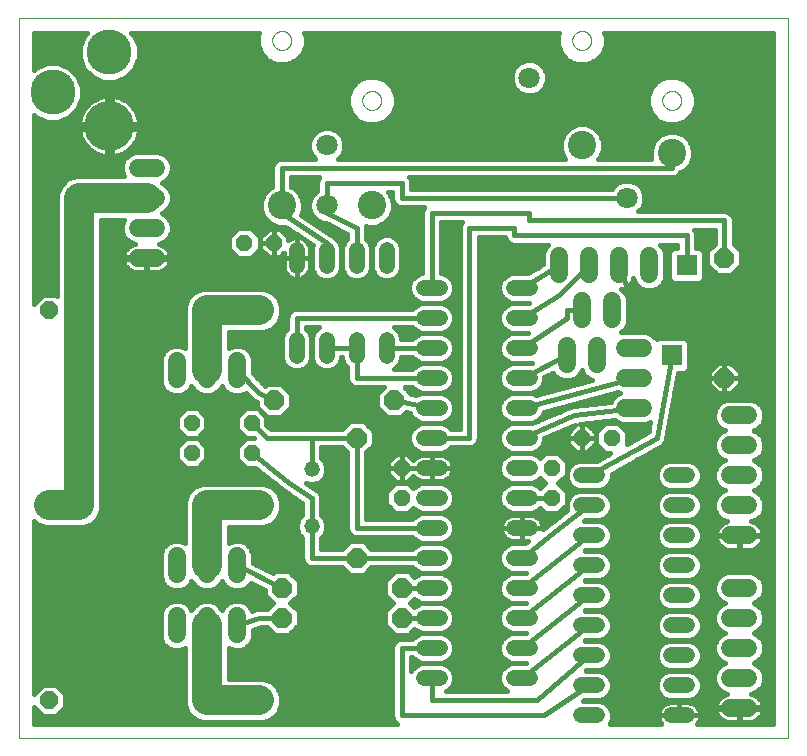
<source format=gtl>
G75*
%MOIN*%
%OFA0B0*%
%FSLAX25Y25*%
%IPPOS*%
%LPD*%
%AMOC8*
5,1,8,0,0,1.08239X$1,22.5*
%
%ADD10C,0.00000*%
%ADD11C,0.06000*%
%ADD12OC8,0.05600*%
%ADD13OC8,0.05200*%
%ADD14C,0.16598*%
%ADD15C,0.15024*%
%ADD16C,0.05200*%
%ADD17C,0.05200*%
%ADD18OC8,0.06600*%
%ADD19OC8,0.06000*%
%ADD20C,0.07087*%
%ADD21C,0.09449*%
%ADD22C,0.01600*%
%ADD23R,0.03962X0.03962*%
%ADD24C,0.10000*%
%ADD25R,0.07087X0.07087*%
D10*
X0001800Y0001800D02*
X0001800Y0241761D01*
X0258001Y0241761D01*
X0258001Y0001800D01*
X0001800Y0001800D01*
X0116150Y0214300D02*
X0116152Y0214412D01*
X0116158Y0214523D01*
X0116168Y0214635D01*
X0116182Y0214746D01*
X0116199Y0214856D01*
X0116221Y0214966D01*
X0116247Y0215075D01*
X0116276Y0215183D01*
X0116309Y0215289D01*
X0116346Y0215395D01*
X0116387Y0215499D01*
X0116432Y0215602D01*
X0116480Y0215703D01*
X0116531Y0215802D01*
X0116586Y0215899D01*
X0116645Y0215994D01*
X0116706Y0216088D01*
X0116771Y0216179D01*
X0116840Y0216267D01*
X0116911Y0216353D01*
X0116985Y0216437D01*
X0117063Y0216517D01*
X0117143Y0216595D01*
X0117226Y0216671D01*
X0117311Y0216743D01*
X0117399Y0216812D01*
X0117489Y0216878D01*
X0117582Y0216940D01*
X0117677Y0217000D01*
X0117774Y0217056D01*
X0117872Y0217108D01*
X0117973Y0217157D01*
X0118075Y0217202D01*
X0118179Y0217244D01*
X0118284Y0217282D01*
X0118391Y0217316D01*
X0118498Y0217346D01*
X0118607Y0217373D01*
X0118716Y0217395D01*
X0118827Y0217414D01*
X0118937Y0217429D01*
X0119049Y0217440D01*
X0119160Y0217447D01*
X0119272Y0217450D01*
X0119384Y0217449D01*
X0119496Y0217444D01*
X0119607Y0217435D01*
X0119718Y0217422D01*
X0119829Y0217405D01*
X0119939Y0217385D01*
X0120048Y0217360D01*
X0120156Y0217332D01*
X0120263Y0217299D01*
X0120369Y0217263D01*
X0120473Y0217223D01*
X0120576Y0217180D01*
X0120678Y0217133D01*
X0120777Y0217082D01*
X0120875Y0217028D01*
X0120971Y0216970D01*
X0121065Y0216909D01*
X0121156Y0216845D01*
X0121245Y0216778D01*
X0121332Y0216707D01*
X0121416Y0216633D01*
X0121498Y0216557D01*
X0121576Y0216477D01*
X0121652Y0216395D01*
X0121725Y0216310D01*
X0121795Y0216223D01*
X0121861Y0216133D01*
X0121925Y0216041D01*
X0121985Y0215947D01*
X0122042Y0215851D01*
X0122095Y0215752D01*
X0122145Y0215652D01*
X0122191Y0215551D01*
X0122234Y0215447D01*
X0122273Y0215342D01*
X0122308Y0215236D01*
X0122339Y0215129D01*
X0122367Y0215020D01*
X0122390Y0214911D01*
X0122410Y0214801D01*
X0122426Y0214690D01*
X0122438Y0214579D01*
X0122446Y0214468D01*
X0122450Y0214356D01*
X0122450Y0214244D01*
X0122446Y0214132D01*
X0122438Y0214021D01*
X0122426Y0213910D01*
X0122410Y0213799D01*
X0122390Y0213689D01*
X0122367Y0213580D01*
X0122339Y0213471D01*
X0122308Y0213364D01*
X0122273Y0213258D01*
X0122234Y0213153D01*
X0122191Y0213049D01*
X0122145Y0212948D01*
X0122095Y0212848D01*
X0122042Y0212749D01*
X0121985Y0212653D01*
X0121925Y0212559D01*
X0121861Y0212467D01*
X0121795Y0212377D01*
X0121725Y0212290D01*
X0121652Y0212205D01*
X0121576Y0212123D01*
X0121498Y0212043D01*
X0121416Y0211967D01*
X0121332Y0211893D01*
X0121245Y0211822D01*
X0121156Y0211755D01*
X0121065Y0211691D01*
X0120971Y0211630D01*
X0120875Y0211572D01*
X0120777Y0211518D01*
X0120678Y0211467D01*
X0120576Y0211420D01*
X0120473Y0211377D01*
X0120369Y0211337D01*
X0120263Y0211301D01*
X0120156Y0211268D01*
X0120048Y0211240D01*
X0119939Y0211215D01*
X0119829Y0211195D01*
X0119718Y0211178D01*
X0119607Y0211165D01*
X0119496Y0211156D01*
X0119384Y0211151D01*
X0119272Y0211150D01*
X0119160Y0211153D01*
X0119049Y0211160D01*
X0118937Y0211171D01*
X0118827Y0211186D01*
X0118716Y0211205D01*
X0118607Y0211227D01*
X0118498Y0211254D01*
X0118391Y0211284D01*
X0118284Y0211318D01*
X0118179Y0211356D01*
X0118075Y0211398D01*
X0117973Y0211443D01*
X0117872Y0211492D01*
X0117774Y0211544D01*
X0117677Y0211600D01*
X0117582Y0211660D01*
X0117489Y0211722D01*
X0117399Y0211788D01*
X0117311Y0211857D01*
X0117226Y0211929D01*
X0117143Y0212005D01*
X0117063Y0212083D01*
X0116985Y0212163D01*
X0116911Y0212247D01*
X0116840Y0212333D01*
X0116771Y0212421D01*
X0116706Y0212512D01*
X0116645Y0212606D01*
X0116586Y0212701D01*
X0116531Y0212798D01*
X0116480Y0212897D01*
X0116432Y0212998D01*
X0116387Y0213101D01*
X0116346Y0213205D01*
X0116309Y0213311D01*
X0116276Y0213417D01*
X0116247Y0213525D01*
X0116221Y0213634D01*
X0116199Y0213744D01*
X0116182Y0213854D01*
X0116168Y0213965D01*
X0116158Y0214077D01*
X0116152Y0214188D01*
X0116150Y0214300D01*
X0086150Y0234300D02*
X0086152Y0234412D01*
X0086158Y0234523D01*
X0086168Y0234635D01*
X0086182Y0234746D01*
X0086199Y0234856D01*
X0086221Y0234966D01*
X0086247Y0235075D01*
X0086276Y0235183D01*
X0086309Y0235289D01*
X0086346Y0235395D01*
X0086387Y0235499D01*
X0086432Y0235602D01*
X0086480Y0235703D01*
X0086531Y0235802D01*
X0086586Y0235899D01*
X0086645Y0235994D01*
X0086706Y0236088D01*
X0086771Y0236179D01*
X0086840Y0236267D01*
X0086911Y0236353D01*
X0086985Y0236437D01*
X0087063Y0236517D01*
X0087143Y0236595D01*
X0087226Y0236671D01*
X0087311Y0236743D01*
X0087399Y0236812D01*
X0087489Y0236878D01*
X0087582Y0236940D01*
X0087677Y0237000D01*
X0087774Y0237056D01*
X0087872Y0237108D01*
X0087973Y0237157D01*
X0088075Y0237202D01*
X0088179Y0237244D01*
X0088284Y0237282D01*
X0088391Y0237316D01*
X0088498Y0237346D01*
X0088607Y0237373D01*
X0088716Y0237395D01*
X0088827Y0237414D01*
X0088937Y0237429D01*
X0089049Y0237440D01*
X0089160Y0237447D01*
X0089272Y0237450D01*
X0089384Y0237449D01*
X0089496Y0237444D01*
X0089607Y0237435D01*
X0089718Y0237422D01*
X0089829Y0237405D01*
X0089939Y0237385D01*
X0090048Y0237360D01*
X0090156Y0237332D01*
X0090263Y0237299D01*
X0090369Y0237263D01*
X0090473Y0237223D01*
X0090576Y0237180D01*
X0090678Y0237133D01*
X0090777Y0237082D01*
X0090875Y0237028D01*
X0090971Y0236970D01*
X0091065Y0236909D01*
X0091156Y0236845D01*
X0091245Y0236778D01*
X0091332Y0236707D01*
X0091416Y0236633D01*
X0091498Y0236557D01*
X0091576Y0236477D01*
X0091652Y0236395D01*
X0091725Y0236310D01*
X0091795Y0236223D01*
X0091861Y0236133D01*
X0091925Y0236041D01*
X0091985Y0235947D01*
X0092042Y0235851D01*
X0092095Y0235752D01*
X0092145Y0235652D01*
X0092191Y0235551D01*
X0092234Y0235447D01*
X0092273Y0235342D01*
X0092308Y0235236D01*
X0092339Y0235129D01*
X0092367Y0235020D01*
X0092390Y0234911D01*
X0092410Y0234801D01*
X0092426Y0234690D01*
X0092438Y0234579D01*
X0092446Y0234468D01*
X0092450Y0234356D01*
X0092450Y0234244D01*
X0092446Y0234132D01*
X0092438Y0234021D01*
X0092426Y0233910D01*
X0092410Y0233799D01*
X0092390Y0233689D01*
X0092367Y0233580D01*
X0092339Y0233471D01*
X0092308Y0233364D01*
X0092273Y0233258D01*
X0092234Y0233153D01*
X0092191Y0233049D01*
X0092145Y0232948D01*
X0092095Y0232848D01*
X0092042Y0232749D01*
X0091985Y0232653D01*
X0091925Y0232559D01*
X0091861Y0232467D01*
X0091795Y0232377D01*
X0091725Y0232290D01*
X0091652Y0232205D01*
X0091576Y0232123D01*
X0091498Y0232043D01*
X0091416Y0231967D01*
X0091332Y0231893D01*
X0091245Y0231822D01*
X0091156Y0231755D01*
X0091065Y0231691D01*
X0090971Y0231630D01*
X0090875Y0231572D01*
X0090777Y0231518D01*
X0090678Y0231467D01*
X0090576Y0231420D01*
X0090473Y0231377D01*
X0090369Y0231337D01*
X0090263Y0231301D01*
X0090156Y0231268D01*
X0090048Y0231240D01*
X0089939Y0231215D01*
X0089829Y0231195D01*
X0089718Y0231178D01*
X0089607Y0231165D01*
X0089496Y0231156D01*
X0089384Y0231151D01*
X0089272Y0231150D01*
X0089160Y0231153D01*
X0089049Y0231160D01*
X0088937Y0231171D01*
X0088827Y0231186D01*
X0088716Y0231205D01*
X0088607Y0231227D01*
X0088498Y0231254D01*
X0088391Y0231284D01*
X0088284Y0231318D01*
X0088179Y0231356D01*
X0088075Y0231398D01*
X0087973Y0231443D01*
X0087872Y0231492D01*
X0087774Y0231544D01*
X0087677Y0231600D01*
X0087582Y0231660D01*
X0087489Y0231722D01*
X0087399Y0231788D01*
X0087311Y0231857D01*
X0087226Y0231929D01*
X0087143Y0232005D01*
X0087063Y0232083D01*
X0086985Y0232163D01*
X0086911Y0232247D01*
X0086840Y0232333D01*
X0086771Y0232421D01*
X0086706Y0232512D01*
X0086645Y0232606D01*
X0086586Y0232701D01*
X0086531Y0232798D01*
X0086480Y0232897D01*
X0086432Y0232998D01*
X0086387Y0233101D01*
X0086346Y0233205D01*
X0086309Y0233311D01*
X0086276Y0233417D01*
X0086247Y0233525D01*
X0086221Y0233634D01*
X0086199Y0233744D01*
X0086182Y0233854D01*
X0086168Y0233965D01*
X0086158Y0234077D01*
X0086152Y0234188D01*
X0086150Y0234300D01*
X0186150Y0234300D02*
X0186152Y0234412D01*
X0186158Y0234523D01*
X0186168Y0234635D01*
X0186182Y0234746D01*
X0186199Y0234856D01*
X0186221Y0234966D01*
X0186247Y0235075D01*
X0186276Y0235183D01*
X0186309Y0235289D01*
X0186346Y0235395D01*
X0186387Y0235499D01*
X0186432Y0235602D01*
X0186480Y0235703D01*
X0186531Y0235802D01*
X0186586Y0235899D01*
X0186645Y0235994D01*
X0186706Y0236088D01*
X0186771Y0236179D01*
X0186840Y0236267D01*
X0186911Y0236353D01*
X0186985Y0236437D01*
X0187063Y0236517D01*
X0187143Y0236595D01*
X0187226Y0236671D01*
X0187311Y0236743D01*
X0187399Y0236812D01*
X0187489Y0236878D01*
X0187582Y0236940D01*
X0187677Y0237000D01*
X0187774Y0237056D01*
X0187872Y0237108D01*
X0187973Y0237157D01*
X0188075Y0237202D01*
X0188179Y0237244D01*
X0188284Y0237282D01*
X0188391Y0237316D01*
X0188498Y0237346D01*
X0188607Y0237373D01*
X0188716Y0237395D01*
X0188827Y0237414D01*
X0188937Y0237429D01*
X0189049Y0237440D01*
X0189160Y0237447D01*
X0189272Y0237450D01*
X0189384Y0237449D01*
X0189496Y0237444D01*
X0189607Y0237435D01*
X0189718Y0237422D01*
X0189829Y0237405D01*
X0189939Y0237385D01*
X0190048Y0237360D01*
X0190156Y0237332D01*
X0190263Y0237299D01*
X0190369Y0237263D01*
X0190473Y0237223D01*
X0190576Y0237180D01*
X0190678Y0237133D01*
X0190777Y0237082D01*
X0190875Y0237028D01*
X0190971Y0236970D01*
X0191065Y0236909D01*
X0191156Y0236845D01*
X0191245Y0236778D01*
X0191332Y0236707D01*
X0191416Y0236633D01*
X0191498Y0236557D01*
X0191576Y0236477D01*
X0191652Y0236395D01*
X0191725Y0236310D01*
X0191795Y0236223D01*
X0191861Y0236133D01*
X0191925Y0236041D01*
X0191985Y0235947D01*
X0192042Y0235851D01*
X0192095Y0235752D01*
X0192145Y0235652D01*
X0192191Y0235551D01*
X0192234Y0235447D01*
X0192273Y0235342D01*
X0192308Y0235236D01*
X0192339Y0235129D01*
X0192367Y0235020D01*
X0192390Y0234911D01*
X0192410Y0234801D01*
X0192426Y0234690D01*
X0192438Y0234579D01*
X0192446Y0234468D01*
X0192450Y0234356D01*
X0192450Y0234244D01*
X0192446Y0234132D01*
X0192438Y0234021D01*
X0192426Y0233910D01*
X0192410Y0233799D01*
X0192390Y0233689D01*
X0192367Y0233580D01*
X0192339Y0233471D01*
X0192308Y0233364D01*
X0192273Y0233258D01*
X0192234Y0233153D01*
X0192191Y0233049D01*
X0192145Y0232948D01*
X0192095Y0232848D01*
X0192042Y0232749D01*
X0191985Y0232653D01*
X0191925Y0232559D01*
X0191861Y0232467D01*
X0191795Y0232377D01*
X0191725Y0232290D01*
X0191652Y0232205D01*
X0191576Y0232123D01*
X0191498Y0232043D01*
X0191416Y0231967D01*
X0191332Y0231893D01*
X0191245Y0231822D01*
X0191156Y0231755D01*
X0191065Y0231691D01*
X0190971Y0231630D01*
X0190875Y0231572D01*
X0190777Y0231518D01*
X0190678Y0231467D01*
X0190576Y0231420D01*
X0190473Y0231377D01*
X0190369Y0231337D01*
X0190263Y0231301D01*
X0190156Y0231268D01*
X0190048Y0231240D01*
X0189939Y0231215D01*
X0189829Y0231195D01*
X0189718Y0231178D01*
X0189607Y0231165D01*
X0189496Y0231156D01*
X0189384Y0231151D01*
X0189272Y0231150D01*
X0189160Y0231153D01*
X0189049Y0231160D01*
X0188937Y0231171D01*
X0188827Y0231186D01*
X0188716Y0231205D01*
X0188607Y0231227D01*
X0188498Y0231254D01*
X0188391Y0231284D01*
X0188284Y0231318D01*
X0188179Y0231356D01*
X0188075Y0231398D01*
X0187973Y0231443D01*
X0187872Y0231492D01*
X0187774Y0231544D01*
X0187677Y0231600D01*
X0187582Y0231660D01*
X0187489Y0231722D01*
X0187399Y0231788D01*
X0187311Y0231857D01*
X0187226Y0231929D01*
X0187143Y0232005D01*
X0187063Y0232083D01*
X0186985Y0232163D01*
X0186911Y0232247D01*
X0186840Y0232333D01*
X0186771Y0232421D01*
X0186706Y0232512D01*
X0186645Y0232606D01*
X0186586Y0232701D01*
X0186531Y0232798D01*
X0186480Y0232897D01*
X0186432Y0232998D01*
X0186387Y0233101D01*
X0186346Y0233205D01*
X0186309Y0233311D01*
X0186276Y0233417D01*
X0186247Y0233525D01*
X0186221Y0233634D01*
X0186199Y0233744D01*
X0186182Y0233854D01*
X0186168Y0233965D01*
X0186158Y0234077D01*
X0186152Y0234188D01*
X0186150Y0234300D01*
X0216150Y0214300D02*
X0216152Y0214412D01*
X0216158Y0214523D01*
X0216168Y0214635D01*
X0216182Y0214746D01*
X0216199Y0214856D01*
X0216221Y0214966D01*
X0216247Y0215075D01*
X0216276Y0215183D01*
X0216309Y0215289D01*
X0216346Y0215395D01*
X0216387Y0215499D01*
X0216432Y0215602D01*
X0216480Y0215703D01*
X0216531Y0215802D01*
X0216586Y0215899D01*
X0216645Y0215994D01*
X0216706Y0216088D01*
X0216771Y0216179D01*
X0216840Y0216267D01*
X0216911Y0216353D01*
X0216985Y0216437D01*
X0217063Y0216517D01*
X0217143Y0216595D01*
X0217226Y0216671D01*
X0217311Y0216743D01*
X0217399Y0216812D01*
X0217489Y0216878D01*
X0217582Y0216940D01*
X0217677Y0217000D01*
X0217774Y0217056D01*
X0217872Y0217108D01*
X0217973Y0217157D01*
X0218075Y0217202D01*
X0218179Y0217244D01*
X0218284Y0217282D01*
X0218391Y0217316D01*
X0218498Y0217346D01*
X0218607Y0217373D01*
X0218716Y0217395D01*
X0218827Y0217414D01*
X0218937Y0217429D01*
X0219049Y0217440D01*
X0219160Y0217447D01*
X0219272Y0217450D01*
X0219384Y0217449D01*
X0219496Y0217444D01*
X0219607Y0217435D01*
X0219718Y0217422D01*
X0219829Y0217405D01*
X0219939Y0217385D01*
X0220048Y0217360D01*
X0220156Y0217332D01*
X0220263Y0217299D01*
X0220369Y0217263D01*
X0220473Y0217223D01*
X0220576Y0217180D01*
X0220678Y0217133D01*
X0220777Y0217082D01*
X0220875Y0217028D01*
X0220971Y0216970D01*
X0221065Y0216909D01*
X0221156Y0216845D01*
X0221245Y0216778D01*
X0221332Y0216707D01*
X0221416Y0216633D01*
X0221498Y0216557D01*
X0221576Y0216477D01*
X0221652Y0216395D01*
X0221725Y0216310D01*
X0221795Y0216223D01*
X0221861Y0216133D01*
X0221925Y0216041D01*
X0221985Y0215947D01*
X0222042Y0215851D01*
X0222095Y0215752D01*
X0222145Y0215652D01*
X0222191Y0215551D01*
X0222234Y0215447D01*
X0222273Y0215342D01*
X0222308Y0215236D01*
X0222339Y0215129D01*
X0222367Y0215020D01*
X0222390Y0214911D01*
X0222410Y0214801D01*
X0222426Y0214690D01*
X0222438Y0214579D01*
X0222446Y0214468D01*
X0222450Y0214356D01*
X0222450Y0214244D01*
X0222446Y0214132D01*
X0222438Y0214021D01*
X0222426Y0213910D01*
X0222410Y0213799D01*
X0222390Y0213689D01*
X0222367Y0213580D01*
X0222339Y0213471D01*
X0222308Y0213364D01*
X0222273Y0213258D01*
X0222234Y0213153D01*
X0222191Y0213049D01*
X0222145Y0212948D01*
X0222095Y0212848D01*
X0222042Y0212749D01*
X0221985Y0212653D01*
X0221925Y0212559D01*
X0221861Y0212467D01*
X0221795Y0212377D01*
X0221725Y0212290D01*
X0221652Y0212205D01*
X0221576Y0212123D01*
X0221498Y0212043D01*
X0221416Y0211967D01*
X0221332Y0211893D01*
X0221245Y0211822D01*
X0221156Y0211755D01*
X0221065Y0211691D01*
X0220971Y0211630D01*
X0220875Y0211572D01*
X0220777Y0211518D01*
X0220678Y0211467D01*
X0220576Y0211420D01*
X0220473Y0211377D01*
X0220369Y0211337D01*
X0220263Y0211301D01*
X0220156Y0211268D01*
X0220048Y0211240D01*
X0219939Y0211215D01*
X0219829Y0211195D01*
X0219718Y0211178D01*
X0219607Y0211165D01*
X0219496Y0211156D01*
X0219384Y0211151D01*
X0219272Y0211150D01*
X0219160Y0211153D01*
X0219049Y0211160D01*
X0218937Y0211171D01*
X0218827Y0211186D01*
X0218716Y0211205D01*
X0218607Y0211227D01*
X0218498Y0211254D01*
X0218391Y0211284D01*
X0218284Y0211318D01*
X0218179Y0211356D01*
X0218075Y0211398D01*
X0217973Y0211443D01*
X0217872Y0211492D01*
X0217774Y0211544D01*
X0217677Y0211600D01*
X0217582Y0211660D01*
X0217489Y0211722D01*
X0217399Y0211788D01*
X0217311Y0211857D01*
X0217226Y0211929D01*
X0217143Y0212005D01*
X0217063Y0212083D01*
X0216985Y0212163D01*
X0216911Y0212247D01*
X0216840Y0212333D01*
X0216771Y0212421D01*
X0216706Y0212512D01*
X0216645Y0212606D01*
X0216586Y0212701D01*
X0216531Y0212798D01*
X0216480Y0212897D01*
X0216432Y0212998D01*
X0216387Y0213101D01*
X0216346Y0213205D01*
X0216309Y0213311D01*
X0216276Y0213417D01*
X0216247Y0213525D01*
X0216221Y0213634D01*
X0216199Y0213744D01*
X0216182Y0213854D01*
X0216168Y0213965D01*
X0216158Y0214077D01*
X0216152Y0214188D01*
X0216150Y0214300D01*
D11*
X0211800Y0162300D02*
X0211800Y0156300D01*
X0201800Y0156300D02*
X0201800Y0162300D01*
X0191800Y0162300D02*
X0191800Y0156300D01*
X0189300Y0147300D02*
X0189300Y0141300D01*
X0199300Y0141300D02*
X0199300Y0147300D01*
X0194300Y0132300D02*
X0194300Y0126300D01*
X0203800Y0121800D02*
X0209800Y0121800D01*
X0209800Y0111800D02*
X0203800Y0111800D01*
X0203800Y0131800D02*
X0209800Y0131800D01*
X0184300Y0132300D02*
X0184300Y0126300D01*
X0181800Y0156300D02*
X0181800Y0162300D01*
X0238800Y0109300D02*
X0244800Y0109300D01*
X0244800Y0099300D02*
X0238800Y0099300D01*
X0238800Y0089300D02*
X0244800Y0089300D01*
X0244800Y0079300D02*
X0238800Y0079300D01*
X0238800Y0069300D02*
X0244800Y0069300D01*
X0244800Y0051800D02*
X0238800Y0051800D01*
X0238800Y0041800D02*
X0244800Y0041800D01*
X0244800Y0031800D02*
X0238800Y0031800D01*
X0238800Y0021800D02*
X0244800Y0021800D01*
X0244800Y0011800D02*
X0238800Y0011800D01*
X0074300Y0036300D02*
X0074300Y0042300D01*
X0064300Y0042300D02*
X0064300Y0036300D01*
X0054300Y0036300D02*
X0054300Y0042300D01*
X0054300Y0056300D02*
X0054300Y0062300D01*
X0064300Y0062300D02*
X0064300Y0056300D01*
X0074300Y0056300D02*
X0074300Y0062300D01*
X0074300Y0121300D02*
X0074300Y0127300D01*
X0064300Y0127300D02*
X0064300Y0121300D01*
X0054300Y0121300D02*
X0054300Y0127300D01*
X0047300Y0161800D02*
X0041300Y0161800D01*
X0041300Y0171800D02*
X0047300Y0171800D01*
X0047300Y0181800D02*
X0041300Y0181800D01*
X0041300Y0191800D02*
X0047300Y0191800D01*
D12*
X0076800Y0166800D03*
X0086800Y0166800D03*
X0129300Y0091800D03*
X0129300Y0081800D03*
X0179300Y0081800D03*
X0179300Y0091800D03*
X0189300Y0101800D03*
X0199300Y0101800D03*
D13*
X0079300Y0096800D03*
X0079300Y0106800D03*
X0059300Y0106800D03*
X0059300Y0096800D03*
D14*
X0031800Y0205757D03*
D15*
X0012902Y0216977D03*
X0031800Y0230363D03*
D16*
X0094300Y0164400D02*
X0094300Y0159200D01*
X0104300Y0159200D02*
X0104300Y0164400D01*
X0114300Y0164400D02*
X0114300Y0159200D01*
X0124300Y0159200D02*
X0124300Y0164400D01*
X0136700Y0151800D02*
X0141900Y0151800D01*
X0141900Y0141800D02*
X0136700Y0141800D01*
X0136700Y0131800D02*
X0141900Y0131800D01*
X0141900Y0121800D02*
X0136700Y0121800D01*
X0136700Y0111800D02*
X0141900Y0111800D01*
X0141900Y0101800D02*
X0136700Y0101800D01*
X0136700Y0091800D02*
X0141900Y0091800D01*
X0141900Y0081800D02*
X0136700Y0081800D01*
X0136700Y0071800D02*
X0141900Y0071800D01*
X0141900Y0061800D02*
X0136700Y0061800D01*
X0136700Y0051800D02*
X0141900Y0051800D01*
X0141900Y0041800D02*
X0136700Y0041800D01*
X0136700Y0031800D02*
X0141900Y0031800D01*
X0141900Y0021800D02*
X0136700Y0021800D01*
X0166700Y0021800D02*
X0171900Y0021800D01*
X0171900Y0031800D02*
X0166700Y0031800D01*
X0166700Y0041800D02*
X0171900Y0041800D01*
X0171900Y0051800D02*
X0166700Y0051800D01*
X0166700Y0061800D02*
X0171900Y0061800D01*
X0171900Y0071800D02*
X0166700Y0071800D01*
X0166700Y0081800D02*
X0171900Y0081800D01*
X0171900Y0091800D02*
X0166700Y0091800D01*
X0166700Y0101800D02*
X0171900Y0101800D01*
X0171900Y0111800D02*
X0166700Y0111800D01*
X0166700Y0121800D02*
X0171900Y0121800D01*
X0171900Y0131800D02*
X0166700Y0131800D01*
X0166700Y0141800D02*
X0171900Y0141800D01*
X0171900Y0151800D02*
X0166700Y0151800D01*
X0124300Y0134400D02*
X0124300Y0129200D01*
X0114300Y0129200D02*
X0114300Y0134400D01*
X0104300Y0134400D02*
X0104300Y0129200D01*
X0094300Y0129200D02*
X0094300Y0134400D01*
X0189200Y0089300D02*
X0194400Y0089300D01*
X0194400Y0079300D02*
X0189200Y0079300D01*
X0189200Y0069300D02*
X0194400Y0069300D01*
X0194400Y0059300D02*
X0189200Y0059300D01*
X0189200Y0049300D02*
X0194400Y0049300D01*
X0194400Y0039300D02*
X0189200Y0039300D01*
X0189200Y0029300D02*
X0194400Y0029300D01*
X0194400Y0019300D02*
X0189200Y0019300D01*
X0189200Y0009300D02*
X0194400Y0009300D01*
X0219200Y0009300D02*
X0224400Y0009300D01*
X0224400Y0019300D02*
X0219200Y0019300D01*
X0219200Y0029300D02*
X0224400Y0029300D01*
X0224400Y0039300D02*
X0219200Y0039300D01*
X0219200Y0049300D02*
X0224400Y0049300D01*
X0224400Y0059300D02*
X0219200Y0059300D01*
X0219200Y0069300D02*
X0224400Y0069300D01*
X0224400Y0079300D02*
X0219200Y0079300D01*
X0219200Y0089300D02*
X0224400Y0089300D01*
D17*
X0099300Y0091300D03*
X0099300Y0072300D03*
D18*
X0114300Y0061800D03*
X0129300Y0051800D03*
X0129300Y0041800D03*
X0089300Y0041800D03*
X0089300Y0051800D03*
X0114300Y0101800D03*
X0126800Y0114300D03*
X0086800Y0114300D03*
X0236800Y0121800D03*
X0236800Y0161800D03*
D19*
X0081800Y0144300D03*
X0081800Y0079300D03*
X0081800Y0014300D03*
X0011800Y0014300D03*
X0011800Y0079300D03*
X0011800Y0144300D03*
D20*
X0104300Y0179300D03*
X0104300Y0199300D03*
X0171820Y0221820D03*
X0204300Y0181780D03*
D21*
X0219300Y0196800D03*
X0189300Y0199300D03*
X0119300Y0179300D03*
X0089300Y0179300D03*
D22*
X0089300Y0191800D01*
X0219300Y0191800D01*
X0219300Y0196800D01*
X0224290Y0201744D02*
X0253201Y0201744D01*
X0253201Y0203342D02*
X0221861Y0203342D01*
X0220697Y0203824D02*
X0217903Y0203824D01*
X0215321Y0202755D01*
X0213345Y0200779D01*
X0212276Y0198197D01*
X0212276Y0195403D01*
X0212484Y0194900D01*
X0194834Y0194900D01*
X0195255Y0195321D01*
X0196324Y0197903D01*
X0196324Y0200697D01*
X0195255Y0203279D01*
X0193279Y0205255D01*
X0190697Y0206324D01*
X0187903Y0206324D01*
X0185321Y0205255D01*
X0183345Y0203279D01*
X0182276Y0200697D01*
X0182276Y0197903D01*
X0183345Y0195321D01*
X0183766Y0194900D01*
X0108164Y0194900D01*
X0109254Y0195990D01*
X0110143Y0198138D01*
X0110143Y0200462D01*
X0109254Y0202610D01*
X0107610Y0204254D01*
X0105462Y0205143D01*
X0103138Y0205143D01*
X0100990Y0204254D01*
X0099346Y0202610D01*
X0098457Y0200462D01*
X0098457Y0198138D01*
X0099346Y0195990D01*
X0100436Y0194900D01*
X0088683Y0194900D01*
X0087544Y0194428D01*
X0086672Y0193556D01*
X0086200Y0192417D01*
X0086200Y0185619D01*
X0085321Y0185255D01*
X0083345Y0183279D01*
X0082276Y0180697D01*
X0082276Y0177903D01*
X0083345Y0175321D01*
X0085321Y0173345D01*
X0087903Y0172276D01*
X0090498Y0172276D01*
X0099714Y0166132D01*
X0099400Y0165375D01*
X0099400Y0158225D01*
X0100146Y0156424D01*
X0101524Y0155046D01*
X0103325Y0154300D01*
X0105275Y0154300D01*
X0107076Y0155046D01*
X0108454Y0156424D01*
X0109200Y0158225D01*
X0109200Y0165375D01*
X0108454Y0167176D01*
X0107076Y0168554D01*
X0106827Y0168657D01*
X0106707Y0168777D01*
X0106533Y0169037D01*
X0106275Y0169209D01*
X0106056Y0169428D01*
X0105767Y0169548D01*
X0095656Y0176289D01*
X0096324Y0177903D01*
X0096324Y0180697D01*
X0095255Y0183279D01*
X0093279Y0185255D01*
X0092400Y0185619D01*
X0092400Y0188700D01*
X0101816Y0188700D01*
X0101672Y0188556D01*
X0101200Y0187417D01*
X0101200Y0184341D01*
X0100990Y0184254D01*
X0099346Y0182610D01*
X0098457Y0180462D01*
X0098457Y0178138D01*
X0099346Y0175990D01*
X0100990Y0174346D01*
X0103138Y0173457D01*
X0104055Y0173457D01*
X0111200Y0169884D01*
X0111200Y0168230D01*
X0110146Y0167176D01*
X0109400Y0165375D01*
X0109400Y0158225D01*
X0110146Y0156424D01*
X0111524Y0155046D01*
X0113325Y0154300D01*
X0115275Y0154300D01*
X0117076Y0155046D01*
X0118454Y0156424D01*
X0119200Y0158225D01*
X0119200Y0165375D01*
X0118454Y0167176D01*
X0117400Y0168230D01*
X0117400Y0171690D01*
X0117436Y0172195D01*
X0117400Y0172303D01*
X0117400Y0172417D01*
X0117366Y0172498D01*
X0117903Y0172276D01*
X0120697Y0172276D01*
X0123279Y0173345D01*
X0125255Y0175321D01*
X0126324Y0177903D01*
X0126324Y0180697D01*
X0125255Y0183279D01*
X0124834Y0183700D01*
X0126200Y0183700D01*
X0126200Y0181183D01*
X0126672Y0180044D01*
X0127544Y0179172D01*
X0128683Y0178700D01*
X0136816Y0178700D01*
X0136672Y0178556D01*
X0136200Y0177417D01*
X0136200Y0156700D01*
X0135725Y0156700D01*
X0133924Y0155954D01*
X0132546Y0154576D01*
X0131800Y0152775D01*
X0131800Y0150825D01*
X0132546Y0149024D01*
X0133924Y0147646D01*
X0135725Y0146900D01*
X0142875Y0146900D01*
X0144676Y0147646D01*
X0146054Y0149024D01*
X0146800Y0150825D01*
X0146800Y0152775D01*
X0146054Y0154576D01*
X0144676Y0155954D01*
X0142875Y0156700D01*
X0142400Y0156700D01*
X0142400Y0173700D01*
X0149316Y0173700D01*
X0149172Y0173556D01*
X0148700Y0172417D01*
X0148700Y0104900D01*
X0145730Y0104900D01*
X0144676Y0105954D01*
X0142875Y0106700D01*
X0135725Y0106700D01*
X0133924Y0105954D01*
X0132546Y0104576D01*
X0131800Y0102775D01*
X0131800Y0100825D01*
X0132546Y0099024D01*
X0133924Y0097646D01*
X0135725Y0096900D01*
X0142875Y0096900D01*
X0144676Y0097646D01*
X0145730Y0098700D01*
X0152417Y0098700D01*
X0153556Y0099172D01*
X0154428Y0100044D01*
X0154900Y0101183D01*
X0154900Y0168700D01*
X0163700Y0168700D01*
X0163700Y0168683D01*
X0164172Y0167544D01*
X0165044Y0166672D01*
X0166183Y0166200D01*
X0178205Y0166200D01*
X0177307Y0165302D01*
X0176500Y0163354D01*
X0176500Y0159735D01*
X0171441Y0156700D01*
X0165725Y0156700D01*
X0163924Y0155954D01*
X0162546Y0154576D01*
X0161800Y0152775D01*
X0161800Y0150825D01*
X0162546Y0149024D01*
X0163924Y0147646D01*
X0165725Y0146900D01*
X0171775Y0146900D01*
X0171441Y0146700D01*
X0165725Y0146700D01*
X0163924Y0145954D01*
X0162546Y0144576D01*
X0161800Y0142775D01*
X0161800Y0140825D01*
X0162546Y0139024D01*
X0163924Y0137646D01*
X0165725Y0136900D01*
X0171361Y0136900D01*
X0171061Y0136700D01*
X0165725Y0136700D01*
X0163924Y0135954D01*
X0162546Y0134576D01*
X0161800Y0132775D01*
X0161800Y0130825D01*
X0162546Y0129024D01*
X0163924Y0127646D01*
X0165725Y0126900D01*
X0172568Y0126900D01*
X0172168Y0126700D01*
X0165725Y0126700D01*
X0163924Y0125954D01*
X0162546Y0124576D01*
X0161800Y0122775D01*
X0161800Y0120825D01*
X0162546Y0119024D01*
X0163924Y0117646D01*
X0165725Y0116900D01*
X0172875Y0116900D01*
X0174676Y0117646D01*
X0176054Y0119024D01*
X0176800Y0120825D01*
X0176800Y0122084D01*
X0179707Y0123538D01*
X0179807Y0123298D01*
X0181298Y0121807D01*
X0183246Y0121000D01*
X0185354Y0121000D01*
X0187302Y0121807D01*
X0188793Y0123298D01*
X0189300Y0124522D01*
X0189807Y0123298D01*
X0191298Y0121807D01*
X0192667Y0121240D01*
X0173959Y0116251D01*
X0172875Y0116700D01*
X0165725Y0116700D01*
X0163924Y0115954D01*
X0162546Y0114576D01*
X0161800Y0112775D01*
X0161800Y0110825D01*
X0162546Y0109024D01*
X0163924Y0107646D01*
X0165725Y0106900D01*
X0172875Y0106900D01*
X0174676Y0107646D01*
X0176054Y0109024D01*
X0176691Y0110563D01*
X0201262Y0117115D01*
X0202022Y0116800D01*
X0200798Y0116293D01*
X0199307Y0114802D01*
X0198951Y0113943D01*
X0186588Y0112398D01*
X0186146Y0112392D01*
X0185981Y0112322D01*
X0185804Y0112300D01*
X0185419Y0112081D01*
X0172864Y0106700D01*
X0165725Y0106700D01*
X0163924Y0105954D01*
X0162546Y0104576D01*
X0161800Y0102775D01*
X0161800Y0100825D01*
X0162546Y0099024D01*
X0163924Y0097646D01*
X0165725Y0096900D01*
X0172875Y0096900D01*
X0174676Y0097646D01*
X0176054Y0099024D01*
X0176800Y0100825D01*
X0176800Y0101642D01*
X0187013Y0106019D01*
X0184700Y0103705D01*
X0184700Y0101800D01*
X0189300Y0101800D01*
X0189300Y0101800D01*
X0189300Y0106400D01*
X0191205Y0106400D01*
X0193900Y0103705D01*
X0193900Y0101800D01*
X0189300Y0101800D01*
X0189300Y0101800D01*
X0189300Y0106400D01*
X0188593Y0106400D01*
X0200248Y0107857D01*
X0200798Y0107307D01*
X0202746Y0106500D01*
X0210854Y0106500D01*
X0212097Y0107015D01*
X0211512Y0103798D01*
X0204400Y0099846D01*
X0204400Y0103912D01*
X0201412Y0106900D01*
X0197188Y0106900D01*
X0194200Y0103912D01*
X0194200Y0099688D01*
X0197188Y0096700D01*
X0198737Y0096700D01*
X0194237Y0094200D01*
X0188225Y0094200D01*
X0186424Y0093454D01*
X0185046Y0092076D01*
X0184400Y0090516D01*
X0184400Y0093912D01*
X0181412Y0096900D01*
X0177188Y0096900D01*
X0175459Y0095171D01*
X0174676Y0095954D01*
X0172875Y0096700D01*
X0165725Y0096700D01*
X0163924Y0095954D01*
X0162546Y0094576D01*
X0161800Y0092775D01*
X0161800Y0090825D01*
X0162546Y0089024D01*
X0163924Y0087646D01*
X0165725Y0086900D01*
X0172875Y0086900D01*
X0174676Y0087646D01*
X0175459Y0088429D01*
X0177088Y0086800D01*
X0175459Y0085171D01*
X0174676Y0085954D01*
X0172875Y0086700D01*
X0165725Y0086700D01*
X0163924Y0085954D01*
X0162546Y0084576D01*
X0161800Y0082775D01*
X0161800Y0080825D01*
X0162546Y0079024D01*
X0163924Y0077646D01*
X0165725Y0076900D01*
X0172875Y0076900D01*
X0174676Y0077646D01*
X0175459Y0078429D01*
X0177188Y0076700D01*
X0181412Y0076700D01*
X0184300Y0079588D01*
X0184300Y0078325D01*
X0184545Y0077734D01*
X0180393Y0074620D01*
X0180345Y0074606D01*
X0179901Y0074251D01*
X0179447Y0073910D01*
X0179421Y0073867D01*
X0176285Y0071358D01*
X0176300Y0071454D01*
X0176300Y0071800D01*
X0176300Y0072146D01*
X0176192Y0072830D01*
X0175978Y0073489D01*
X0175663Y0074106D01*
X0175256Y0074666D01*
X0174766Y0075156D01*
X0174206Y0075563D01*
X0173589Y0075878D01*
X0172930Y0076092D01*
X0172246Y0076200D01*
X0169300Y0076200D01*
X0169300Y0071800D01*
X0169300Y0071800D01*
X0176300Y0071800D01*
X0169300Y0071800D01*
X0169300Y0071800D01*
X0169300Y0067400D01*
X0171338Y0067400D01*
X0170463Y0066700D01*
X0165725Y0066700D01*
X0163924Y0065954D01*
X0162546Y0064576D01*
X0161800Y0062775D01*
X0161800Y0060825D01*
X0162546Y0059024D01*
X0163924Y0057646D01*
X0165725Y0056900D01*
X0170808Y0056900D01*
X0170551Y0056700D01*
X0165725Y0056700D01*
X0163924Y0055954D01*
X0162546Y0054576D01*
X0161800Y0052775D01*
X0161800Y0050825D01*
X0162546Y0049024D01*
X0163924Y0047646D01*
X0165725Y0046900D01*
X0170808Y0046900D01*
X0170551Y0046700D01*
X0165725Y0046700D01*
X0163924Y0045954D01*
X0162546Y0044576D01*
X0161800Y0042775D01*
X0161800Y0040825D01*
X0162546Y0039024D01*
X0163924Y0037646D01*
X0165725Y0036900D01*
X0170808Y0036900D01*
X0170551Y0036700D01*
X0165725Y0036700D01*
X0163924Y0035954D01*
X0162546Y0034576D01*
X0161800Y0032775D01*
X0161800Y0030825D01*
X0162546Y0029024D01*
X0163924Y0027646D01*
X0165725Y0026900D01*
X0170808Y0026900D01*
X0170551Y0026700D01*
X0165725Y0026700D01*
X0163924Y0025954D01*
X0162546Y0024576D01*
X0161800Y0022775D01*
X0161800Y0020825D01*
X0162546Y0019024D01*
X0163924Y0017646D01*
X0164518Y0017400D01*
X0144082Y0017400D01*
X0144676Y0017646D01*
X0146054Y0019024D01*
X0146800Y0020825D01*
X0146800Y0022775D01*
X0146054Y0024576D01*
X0144676Y0025954D01*
X0142875Y0026700D01*
X0135725Y0026700D01*
X0133924Y0025954D01*
X0132546Y0024576D01*
X0132400Y0024223D01*
X0132400Y0028700D01*
X0132870Y0028700D01*
X0133924Y0027646D01*
X0135725Y0026900D01*
X0142875Y0026900D01*
X0144676Y0027646D01*
X0146054Y0029024D01*
X0146800Y0030825D01*
X0146800Y0032775D01*
X0146054Y0034576D01*
X0144676Y0035954D01*
X0142875Y0036700D01*
X0135725Y0036700D01*
X0133924Y0035954D01*
X0132870Y0034900D01*
X0128683Y0034900D01*
X0127544Y0034428D01*
X0126672Y0033556D01*
X0126200Y0032417D01*
X0126200Y0008683D01*
X0126672Y0007544D01*
X0127544Y0006672D01*
X0127718Y0006600D01*
X0006600Y0006600D01*
X0006600Y0012005D01*
X0009605Y0009000D01*
X0013995Y0009000D01*
X0017100Y0012105D01*
X0017100Y0016495D01*
X0013995Y0019600D01*
X0009605Y0019600D01*
X0006600Y0016595D01*
X0006600Y0074176D01*
X0007665Y0073111D01*
X0010348Y0072000D01*
X0023252Y0072000D01*
X0025935Y0073111D01*
X0027989Y0075165D01*
X0029100Y0077848D01*
X0029100Y0174500D01*
X0036682Y0174500D01*
X0036000Y0172854D01*
X0036000Y0170746D01*
X0036807Y0168798D01*
X0038298Y0167307D01*
X0040246Y0166500D01*
X0040291Y0166500D01*
X0040176Y0166482D01*
X0039457Y0166248D01*
X0038784Y0165905D01*
X0038173Y0165461D01*
X0037639Y0164927D01*
X0037195Y0164316D01*
X0036852Y0163643D01*
X0036618Y0162924D01*
X0036500Y0162178D01*
X0036500Y0162000D01*
X0044100Y0162000D01*
X0044100Y0161600D01*
X0044500Y0161600D01*
X0044500Y0162000D01*
X0052100Y0162000D01*
X0052100Y0162178D01*
X0051982Y0162924D01*
X0051748Y0163643D01*
X0051405Y0164316D01*
X0050961Y0164927D01*
X0050427Y0165461D01*
X0049816Y0165905D01*
X0049143Y0166248D01*
X0048424Y0166482D01*
X0048309Y0166500D01*
X0048354Y0166500D01*
X0050302Y0167307D01*
X0051793Y0168798D01*
X0052600Y0170746D01*
X0052600Y0172854D01*
X0051793Y0174802D01*
X0050302Y0176293D01*
X0049464Y0176640D01*
X0050009Y0177186D01*
X0050302Y0177307D01*
X0051793Y0178798D01*
X0052600Y0180746D01*
X0052600Y0182854D01*
X0051793Y0184802D01*
X0050302Y0186293D01*
X0050009Y0186414D01*
X0049464Y0186960D01*
X0050302Y0187307D01*
X0051793Y0188798D01*
X0052600Y0190746D01*
X0052600Y0192854D01*
X0051793Y0194802D01*
X0050302Y0196293D01*
X0048354Y0197100D01*
X0040246Y0197100D01*
X0038298Y0196293D01*
X0036807Y0194802D01*
X0036000Y0192854D01*
X0036000Y0190746D01*
X0036682Y0189100D01*
X0020348Y0189100D01*
X0017665Y0187989D01*
X0015611Y0185935D01*
X0014500Y0183252D01*
X0014500Y0149095D01*
X0013995Y0149600D01*
X0009605Y0149600D01*
X0006600Y0146595D01*
X0006600Y0209404D01*
X0007344Y0208659D01*
X0010951Y0207165D01*
X0014854Y0207165D01*
X0018460Y0208659D01*
X0021220Y0211419D01*
X0022714Y0215025D01*
X0022714Y0218929D01*
X0021220Y0222535D01*
X0018460Y0225295D01*
X0014854Y0226789D01*
X0010951Y0226789D01*
X0007344Y0225295D01*
X0006600Y0224551D01*
X0006600Y0236961D01*
X0024522Y0236961D01*
X0023482Y0235921D01*
X0021988Y0232315D01*
X0021988Y0228411D01*
X0023482Y0224805D01*
X0026242Y0222045D01*
X0029848Y0220551D01*
X0033752Y0220551D01*
X0037358Y0222045D01*
X0040118Y0224805D01*
X0041612Y0228411D01*
X0041612Y0232315D01*
X0040118Y0235921D01*
X0039078Y0236961D01*
X0081797Y0236961D01*
X0081350Y0235881D01*
X0081350Y0232719D01*
X0082561Y0229797D01*
X0084797Y0227561D01*
X0087719Y0226350D01*
X0090881Y0226350D01*
X0093803Y0227561D01*
X0096039Y0229797D01*
X0097250Y0232719D01*
X0097250Y0235881D01*
X0096802Y0236961D01*
X0181797Y0236961D01*
X0181350Y0235881D01*
X0181350Y0232719D01*
X0182561Y0229797D01*
X0184797Y0227561D01*
X0187719Y0226350D01*
X0190881Y0226350D01*
X0193803Y0227561D01*
X0196039Y0229797D01*
X0197250Y0232719D01*
X0197250Y0235881D01*
X0196802Y0236961D01*
X0253201Y0236961D01*
X0253201Y0006600D01*
X0227877Y0006600D01*
X0228163Y0006994D01*
X0228478Y0007611D01*
X0228692Y0008270D01*
X0228800Y0008954D01*
X0228800Y0009300D01*
X0228800Y0009646D01*
X0228692Y0010330D01*
X0228478Y0010989D01*
X0228163Y0011606D01*
X0227756Y0012166D01*
X0227266Y0012656D01*
X0226706Y0013063D01*
X0226089Y0013378D01*
X0225430Y0013592D01*
X0224746Y0013700D01*
X0221800Y0013700D01*
X0221800Y0009300D01*
X0221800Y0009300D01*
X0228800Y0009300D01*
X0221800Y0009300D01*
X0221800Y0009300D01*
X0221800Y0009300D01*
X0214800Y0009300D01*
X0214800Y0009646D01*
X0214908Y0010330D01*
X0215122Y0010989D01*
X0215437Y0011606D01*
X0215844Y0012166D01*
X0216334Y0012656D01*
X0216894Y0013063D01*
X0217511Y0013378D01*
X0218170Y0013592D01*
X0218854Y0013700D01*
X0221800Y0013700D01*
X0221800Y0009300D01*
X0214800Y0009300D01*
X0214800Y0008954D01*
X0214908Y0008270D01*
X0215122Y0007611D01*
X0215437Y0006994D01*
X0215723Y0006600D01*
X0198585Y0006600D01*
X0199300Y0008325D01*
X0199300Y0010275D01*
X0198554Y0012076D01*
X0197176Y0013454D01*
X0195375Y0014200D01*
X0189739Y0014200D01*
X0190039Y0014400D01*
X0195375Y0014400D01*
X0197176Y0015146D01*
X0198554Y0016524D01*
X0199300Y0018325D01*
X0199300Y0020275D01*
X0198554Y0022076D01*
X0197176Y0023454D01*
X0195375Y0024200D01*
X0190613Y0024200D01*
X0190847Y0024400D01*
X0195375Y0024400D01*
X0197176Y0025146D01*
X0198554Y0026524D01*
X0199300Y0028325D01*
X0199300Y0030275D01*
X0198554Y0032076D01*
X0197176Y0033454D01*
X0195375Y0034200D01*
X0190292Y0034200D01*
X0190549Y0034400D01*
X0195375Y0034400D01*
X0197176Y0035146D01*
X0198554Y0036524D01*
X0199300Y0038325D01*
X0199300Y0040275D01*
X0198554Y0042076D01*
X0197176Y0043454D01*
X0195375Y0044200D01*
X0190292Y0044200D01*
X0190549Y0044400D01*
X0195375Y0044400D01*
X0197176Y0045146D01*
X0198554Y0046524D01*
X0199300Y0048325D01*
X0199300Y0050275D01*
X0198554Y0052076D01*
X0197176Y0053454D01*
X0195375Y0054200D01*
X0190292Y0054200D01*
X0190549Y0054400D01*
X0195375Y0054400D01*
X0197176Y0055146D01*
X0198554Y0056524D01*
X0199300Y0058325D01*
X0199300Y0060275D01*
X0198554Y0062076D01*
X0197176Y0063454D01*
X0195375Y0064200D01*
X0190292Y0064200D01*
X0190549Y0064400D01*
X0195375Y0064400D01*
X0197176Y0065146D01*
X0198554Y0066524D01*
X0199300Y0068325D01*
X0199300Y0070275D01*
X0198554Y0072076D01*
X0197176Y0073454D01*
X0195375Y0074200D01*
X0190167Y0074200D01*
X0190433Y0074400D01*
X0195375Y0074400D01*
X0197176Y0075146D01*
X0198554Y0076524D01*
X0199300Y0078325D01*
X0199300Y0080275D01*
X0198554Y0082076D01*
X0197176Y0083454D01*
X0195375Y0084200D01*
X0188225Y0084200D01*
X0186424Y0083454D01*
X0185046Y0082076D01*
X0184400Y0080516D01*
X0184400Y0083912D01*
X0181512Y0086800D01*
X0184300Y0089588D01*
X0184300Y0088325D01*
X0185046Y0086524D01*
X0186424Y0085146D01*
X0188225Y0084400D01*
X0195375Y0084400D01*
X0197176Y0085146D01*
X0198554Y0086524D01*
X0199300Y0088325D01*
X0199300Y0089920D01*
X0215404Y0098867D01*
X0215558Y0098900D01*
X0215939Y0099164D01*
X0216345Y0099390D01*
X0216442Y0099513D01*
X0216572Y0099602D01*
X0216823Y0099992D01*
X0217111Y0100355D01*
X0217154Y0100507D01*
X0217240Y0100639D01*
X0217323Y0101095D01*
X0217450Y0101541D01*
X0217432Y0101697D01*
X0221388Y0123457D01*
X0223796Y0123457D01*
X0225143Y0124804D01*
X0225143Y0133796D01*
X0223796Y0135143D01*
X0214804Y0135143D01*
X0214343Y0134682D01*
X0214293Y0134802D01*
X0212802Y0136293D01*
X0210854Y0137100D01*
X0202746Y0137100D01*
X0202489Y0136994D01*
X0203793Y0138298D01*
X0204600Y0140246D01*
X0204600Y0148354D01*
X0203793Y0150302D01*
X0202538Y0151557D01*
X0202924Y0151618D01*
X0203643Y0151852D01*
X0204316Y0152195D01*
X0204927Y0152639D01*
X0205461Y0153173D01*
X0205905Y0153784D01*
X0206248Y0154457D01*
X0206482Y0155176D01*
X0206500Y0155291D01*
X0206500Y0155246D01*
X0207307Y0153298D01*
X0208798Y0151807D01*
X0210746Y0151000D01*
X0212854Y0151000D01*
X0214802Y0151807D01*
X0216293Y0153298D01*
X0217100Y0155246D01*
X0217100Y0163354D01*
X0216293Y0165302D01*
X0215395Y0166200D01*
X0221200Y0166200D01*
X0221200Y0165143D01*
X0219804Y0165143D01*
X0218457Y0163796D01*
X0218457Y0154804D01*
X0219804Y0153457D01*
X0228796Y0153457D01*
X0230143Y0154804D01*
X0230143Y0163796D01*
X0228796Y0165143D01*
X0227400Y0165143D01*
X0227400Y0169917D01*
X0226928Y0171056D01*
X0226784Y0171200D01*
X0233700Y0171200D01*
X0233700Y0166620D01*
X0231200Y0164120D01*
X0231200Y0159480D01*
X0234480Y0156200D01*
X0239120Y0156200D01*
X0242400Y0159480D01*
X0242400Y0164120D01*
X0239900Y0166620D01*
X0239900Y0174917D01*
X0239428Y0176056D01*
X0238556Y0176928D01*
X0237417Y0177400D01*
X0208183Y0177400D01*
X0209254Y0178470D01*
X0210143Y0180618D01*
X0210143Y0182943D01*
X0209254Y0185090D01*
X0207610Y0186734D01*
X0205462Y0187624D01*
X0203138Y0187624D01*
X0200990Y0186734D01*
X0199346Y0185090D01*
X0199267Y0184900D01*
X0132400Y0184900D01*
X0132400Y0187417D01*
X0131928Y0188556D01*
X0131784Y0188700D01*
X0219917Y0188700D01*
X0221056Y0189172D01*
X0221928Y0190044D01*
X0222049Y0190335D01*
X0223279Y0190845D01*
X0225255Y0192821D01*
X0226324Y0195403D01*
X0226324Y0198197D01*
X0225255Y0200779D01*
X0223279Y0202755D01*
X0220697Y0203824D01*
X0220881Y0206350D02*
X0217719Y0206350D01*
X0214797Y0207561D01*
X0212561Y0209797D01*
X0211350Y0212719D01*
X0211350Y0215881D01*
X0212561Y0218803D01*
X0214797Y0221039D01*
X0217719Y0222250D01*
X0220881Y0222250D01*
X0223803Y0221039D01*
X0226039Y0218803D01*
X0227250Y0215881D01*
X0227250Y0212719D01*
X0226039Y0209797D01*
X0223803Y0207561D01*
X0220881Y0206350D01*
X0221338Y0206539D02*
X0253201Y0206539D01*
X0253201Y0204941D02*
X0193593Y0204941D01*
X0195192Y0203342D02*
X0216739Y0203342D01*
X0214310Y0201744D02*
X0195891Y0201744D01*
X0196324Y0200145D02*
X0213083Y0200145D01*
X0212420Y0198547D02*
X0196324Y0198547D01*
X0195929Y0196948D02*
X0212276Y0196948D01*
X0212297Y0195350D02*
X0195267Y0195350D01*
X0202495Y0187357D02*
X0132400Y0187357D01*
X0132400Y0185759D02*
X0200015Y0185759D01*
X0204300Y0181800D02*
X0129300Y0181800D01*
X0129300Y0186800D01*
X0104300Y0186800D01*
X0104300Y0179300D01*
X0104300Y0176800D01*
X0114300Y0171800D01*
X0114300Y0161800D01*
X0118702Y0166577D02*
X0119898Y0166577D01*
X0120146Y0167176D02*
X0119400Y0165375D01*
X0119400Y0158225D01*
X0120146Y0156424D01*
X0121524Y0155046D01*
X0123325Y0154300D01*
X0125275Y0154300D01*
X0127076Y0155046D01*
X0128454Y0156424D01*
X0129200Y0158225D01*
X0129200Y0165375D01*
X0128454Y0167176D01*
X0127076Y0168554D01*
X0125275Y0169300D01*
X0123325Y0169300D01*
X0121524Y0168554D01*
X0120146Y0167176D01*
X0121146Y0168175D02*
X0117454Y0168175D01*
X0117400Y0169774D02*
X0136200Y0169774D01*
X0136200Y0171372D02*
X0117400Y0171372D01*
X0122375Y0172971D02*
X0136200Y0172971D01*
X0136200Y0174569D02*
X0124503Y0174569D01*
X0125606Y0176168D02*
X0136200Y0176168D01*
X0136345Y0177766D02*
X0126268Y0177766D01*
X0126324Y0179365D02*
X0127351Y0179365D01*
X0126291Y0180963D02*
X0126214Y0180963D01*
X0126200Y0182562D02*
X0125552Y0182562D01*
X0127454Y0168175D02*
X0136200Y0168175D01*
X0136200Y0166577D02*
X0128702Y0166577D01*
X0129200Y0164978D02*
X0136200Y0164978D01*
X0136200Y0163380D02*
X0129200Y0163380D01*
X0129200Y0161781D02*
X0136200Y0161781D01*
X0136200Y0160183D02*
X0129200Y0160183D01*
X0129200Y0158584D02*
X0136200Y0158584D01*
X0136200Y0156986D02*
X0128686Y0156986D01*
X0127417Y0155387D02*
X0133357Y0155387D01*
X0132220Y0153789D02*
X0029100Y0153789D01*
X0029100Y0155387D02*
X0092091Y0155387D01*
X0091994Y0155437D02*
X0092611Y0155122D01*
X0093270Y0154908D01*
X0093954Y0154800D01*
X0094300Y0154800D01*
X0094646Y0154800D01*
X0095330Y0154908D01*
X0095989Y0155122D01*
X0096606Y0155437D01*
X0097166Y0155844D01*
X0097656Y0156334D01*
X0098063Y0156894D01*
X0098378Y0157511D01*
X0098592Y0158170D01*
X0098700Y0158854D01*
X0098700Y0161800D01*
X0098700Y0164746D01*
X0098592Y0165430D01*
X0098378Y0166089D01*
X0098063Y0166706D01*
X0097656Y0167266D01*
X0097166Y0167756D01*
X0096606Y0168163D01*
X0095989Y0168478D01*
X0095330Y0168692D01*
X0094646Y0168800D01*
X0094300Y0168800D01*
X0094300Y0161800D01*
X0098700Y0161800D01*
X0094300Y0161800D01*
X0094300Y0161800D01*
X0094300Y0161800D01*
X0094300Y0154800D01*
X0094300Y0161800D01*
X0094300Y0161800D01*
X0094300Y0161800D01*
X0089900Y0161800D01*
X0089900Y0163395D01*
X0088705Y0162200D01*
X0086800Y0162200D01*
X0086800Y0166800D01*
X0086800Y0166800D01*
X0086800Y0171400D01*
X0088705Y0171400D01*
X0091400Y0168705D01*
X0091400Y0167723D01*
X0091434Y0167756D01*
X0091994Y0168163D01*
X0092611Y0168478D01*
X0093270Y0168692D01*
X0093954Y0168800D01*
X0094300Y0168800D01*
X0094300Y0161800D01*
X0089900Y0161800D01*
X0089900Y0158854D01*
X0090008Y0158170D01*
X0090222Y0157511D01*
X0090537Y0156894D01*
X0090944Y0156334D01*
X0091434Y0155844D01*
X0091994Y0155437D01*
X0090490Y0156986D02*
X0029100Y0156986D01*
X0029100Y0158584D02*
X0037728Y0158584D01*
X0037639Y0158673D02*
X0038173Y0158139D01*
X0038784Y0157695D01*
X0039457Y0157352D01*
X0040176Y0157118D01*
X0040922Y0157000D01*
X0044100Y0157000D01*
X0044100Y0161600D01*
X0036500Y0161600D01*
X0036500Y0161422D01*
X0036618Y0160676D01*
X0036852Y0159957D01*
X0037195Y0159284D01*
X0037639Y0158673D01*
X0036778Y0160183D02*
X0029100Y0160183D01*
X0029100Y0161781D02*
X0044100Y0161781D01*
X0044500Y0161781D02*
X0074606Y0161781D01*
X0074688Y0161700D02*
X0078912Y0161700D01*
X0081900Y0164688D01*
X0081900Y0168912D01*
X0078912Y0171900D01*
X0074688Y0171900D01*
X0071700Y0168912D01*
X0071700Y0164688D01*
X0074688Y0161700D01*
X0073008Y0163380D02*
X0051834Y0163380D01*
X0052100Y0161600D02*
X0044500Y0161600D01*
X0044500Y0157000D01*
X0047678Y0157000D01*
X0048424Y0157118D01*
X0049143Y0157352D01*
X0049816Y0157695D01*
X0050427Y0158139D01*
X0050961Y0158673D01*
X0051405Y0159284D01*
X0051748Y0159957D01*
X0051982Y0160676D01*
X0052100Y0161422D01*
X0052100Y0161600D01*
X0051821Y0160183D02*
X0089900Y0160183D01*
X0089900Y0161781D02*
X0078994Y0161781D01*
X0080592Y0163380D02*
X0083715Y0163380D01*
X0084895Y0162200D02*
X0086800Y0162200D01*
X0086800Y0166800D01*
X0086800Y0166800D01*
X0086800Y0166800D01*
X0082200Y0166800D01*
X0082200Y0168705D01*
X0084895Y0171400D01*
X0086800Y0171400D01*
X0086800Y0166800D01*
X0082200Y0166800D01*
X0082200Y0164895D01*
X0084895Y0162200D01*
X0086800Y0163380D02*
X0086800Y0163380D01*
X0086800Y0164978D02*
X0086800Y0164978D01*
X0086800Y0166577D02*
X0086800Y0166577D01*
X0086800Y0168175D02*
X0086800Y0168175D01*
X0086800Y0169774D02*
X0086800Y0169774D01*
X0086800Y0171372D02*
X0086800Y0171372D01*
X0086224Y0172971D02*
X0052552Y0172971D01*
X0052600Y0171372D02*
X0074160Y0171372D01*
X0072561Y0169774D02*
X0052197Y0169774D01*
X0051171Y0168175D02*
X0071700Y0168175D01*
X0071700Y0166577D02*
X0048539Y0166577D01*
X0050910Y0164978D02*
X0071700Y0164978D01*
X0079440Y0171372D02*
X0084867Y0171372D01*
X0083268Y0169774D02*
X0081039Y0169774D01*
X0081900Y0168175D02*
X0082200Y0168175D01*
X0082200Y0166577D02*
X0081900Y0166577D01*
X0081900Y0164978D02*
X0082200Y0164978D01*
X0089885Y0163380D02*
X0089900Y0163380D01*
X0089943Y0158584D02*
X0050872Y0158584D01*
X0044500Y0158584D02*
X0044100Y0158584D01*
X0044100Y0160183D02*
X0044500Y0160183D01*
X0040061Y0166577D02*
X0029100Y0166577D01*
X0029100Y0168175D02*
X0037429Y0168175D01*
X0036403Y0169774D02*
X0029100Y0169774D01*
X0029100Y0171372D02*
X0036000Y0171372D01*
X0036048Y0172971D02*
X0029100Y0172971D01*
X0029100Y0164978D02*
X0037690Y0164978D01*
X0036766Y0163380D02*
X0029100Y0163380D01*
X0029100Y0152190D02*
X0131800Y0152190D01*
X0131897Y0150592D02*
X0085687Y0150592D01*
X0085935Y0150489D02*
X0083252Y0151600D01*
X0062848Y0151600D01*
X0060165Y0150489D01*
X0058111Y0148435D01*
X0057000Y0145752D01*
X0057000Y0131918D01*
X0055354Y0132600D01*
X0053246Y0132600D01*
X0051298Y0131793D01*
X0049807Y0130302D01*
X0049000Y0128354D01*
X0049000Y0120246D01*
X0049807Y0118298D01*
X0051298Y0116807D01*
X0053246Y0116000D01*
X0055354Y0116000D01*
X0057302Y0116807D01*
X0058793Y0118298D01*
X0059140Y0119136D01*
X0059686Y0118591D01*
X0059807Y0118298D01*
X0061298Y0116807D01*
X0063246Y0116000D01*
X0065354Y0116000D01*
X0067302Y0116807D01*
X0068793Y0118298D01*
X0068914Y0118591D01*
X0069460Y0119136D01*
X0069807Y0118298D01*
X0071298Y0116807D01*
X0073246Y0116000D01*
X0075354Y0116000D01*
X0077302Y0116807D01*
X0077356Y0116860D01*
X0079530Y0114686D01*
X0079862Y0114303D01*
X0079964Y0114252D01*
X0080044Y0114172D01*
X0080512Y0113978D01*
X0081200Y0113634D01*
X0081200Y0111980D01*
X0084480Y0108700D01*
X0089120Y0108700D01*
X0092400Y0111980D01*
X0092400Y0116620D01*
X0089120Y0119900D01*
X0084480Y0119900D01*
X0083831Y0119250D01*
X0083636Y0119348D01*
X0079600Y0123384D01*
X0079600Y0128354D01*
X0078793Y0130302D01*
X0077302Y0131793D01*
X0075354Y0132600D01*
X0073246Y0132600D01*
X0071600Y0131918D01*
X0071600Y0137000D01*
X0083252Y0137000D01*
X0085935Y0138111D01*
X0087989Y0140165D01*
X0089100Y0142848D01*
X0089100Y0145752D01*
X0087989Y0148435D01*
X0085935Y0150489D01*
X0087431Y0148993D02*
X0132577Y0148993D01*
X0134531Y0147395D02*
X0088420Y0147395D01*
X0089082Y0145796D02*
X0133766Y0145796D01*
X0133924Y0145954D02*
X0132870Y0144900D01*
X0093683Y0144900D01*
X0092544Y0144428D01*
X0091672Y0143556D01*
X0091200Y0142417D01*
X0091200Y0138230D01*
X0090146Y0137176D01*
X0089400Y0135375D01*
X0089400Y0128225D01*
X0090146Y0126424D01*
X0091524Y0125046D01*
X0093325Y0124300D01*
X0095275Y0124300D01*
X0097076Y0125046D01*
X0098454Y0126424D01*
X0099200Y0128225D01*
X0099200Y0135375D01*
X0098454Y0137176D01*
X0097400Y0138230D01*
X0097400Y0138700D01*
X0101877Y0138700D01*
X0101524Y0138554D01*
X0100146Y0137176D01*
X0099400Y0135375D01*
X0099400Y0128225D01*
X0100146Y0126424D01*
X0101524Y0125046D01*
X0103325Y0124300D01*
X0105275Y0124300D01*
X0107076Y0125046D01*
X0108454Y0126424D01*
X0109200Y0128225D01*
X0109200Y0128700D01*
X0109400Y0128700D01*
X0109400Y0128225D01*
X0110146Y0126424D01*
X0111200Y0125370D01*
X0111200Y0121183D01*
X0111672Y0120044D01*
X0112544Y0119172D01*
X0113683Y0118700D01*
X0123280Y0118700D01*
X0121200Y0116620D01*
X0121200Y0111980D01*
X0124480Y0108700D01*
X0129120Y0108700D01*
X0130765Y0110346D01*
X0132110Y0110077D01*
X0132546Y0109024D01*
X0133924Y0107646D01*
X0135725Y0106900D01*
X0142875Y0106900D01*
X0144676Y0107646D01*
X0146054Y0109024D01*
X0146800Y0110825D01*
X0146800Y0112775D01*
X0146054Y0114576D01*
X0144676Y0115954D01*
X0142875Y0116700D01*
X0135725Y0116700D01*
X0134059Y0116010D01*
X0132400Y0116341D01*
X0132400Y0116620D01*
X0130320Y0118700D01*
X0132870Y0118700D01*
X0133924Y0117646D01*
X0135725Y0116900D01*
X0142875Y0116900D01*
X0144676Y0117646D01*
X0146054Y0119024D01*
X0146800Y0120825D01*
X0146800Y0122775D01*
X0146054Y0124576D01*
X0144676Y0125954D01*
X0142875Y0126700D01*
X0135725Y0126700D01*
X0133924Y0125954D01*
X0132870Y0124900D01*
X0126723Y0124900D01*
X0127076Y0125046D01*
X0128454Y0126424D01*
X0129200Y0128225D01*
X0129200Y0128700D01*
X0132870Y0128700D01*
X0133924Y0127646D01*
X0135725Y0126900D01*
X0142875Y0126900D01*
X0144676Y0127646D01*
X0146054Y0129024D01*
X0146800Y0130825D01*
X0146800Y0132775D01*
X0146054Y0134576D01*
X0144676Y0135954D01*
X0142875Y0136700D01*
X0135725Y0136700D01*
X0133924Y0135954D01*
X0132870Y0134900D01*
X0129200Y0134900D01*
X0129200Y0135375D01*
X0128454Y0137176D01*
X0127076Y0138554D01*
X0126723Y0138700D01*
X0132870Y0138700D01*
X0133924Y0137646D01*
X0135725Y0136900D01*
X0142875Y0136900D01*
X0144676Y0137646D01*
X0146054Y0139024D01*
X0146800Y0140825D01*
X0146800Y0142775D01*
X0146054Y0144576D01*
X0144676Y0145954D01*
X0142875Y0146700D01*
X0135725Y0146700D01*
X0133924Y0145954D01*
X0139300Y0141800D02*
X0094300Y0141800D01*
X0094300Y0131800D01*
X0099200Y0131409D02*
X0099400Y0131409D01*
X0099400Y0129811D02*
X0099200Y0129811D01*
X0099195Y0128212D02*
X0099405Y0128212D01*
X0100067Y0126614D02*
X0098533Y0126614D01*
X0097002Y0125015D02*
X0101598Y0125015D01*
X0107002Y0125015D02*
X0111200Y0125015D01*
X0111200Y0123417D02*
X0079600Y0123417D01*
X0079600Y0125015D02*
X0091598Y0125015D01*
X0090067Y0126614D02*
X0079600Y0126614D01*
X0079600Y0128212D02*
X0089405Y0128212D01*
X0089400Y0129811D02*
X0078997Y0129811D01*
X0077686Y0131409D02*
X0089400Y0131409D01*
X0089400Y0133008D02*
X0071600Y0133008D01*
X0071600Y0134606D02*
X0089400Y0134606D01*
X0089744Y0136205D02*
X0071600Y0136205D01*
X0074300Y0124300D02*
X0081800Y0116800D01*
X0086800Y0114300D01*
X0090398Y0118621D02*
X0123202Y0118621D01*
X0121603Y0117023D02*
X0091997Y0117023D01*
X0092400Y0115424D02*
X0121200Y0115424D01*
X0121200Y0113826D02*
X0092400Y0113826D01*
X0092400Y0112227D02*
X0121200Y0112227D01*
X0122552Y0110629D02*
X0091048Y0110629D01*
X0089450Y0109030D02*
X0124150Y0109030D01*
X0129450Y0109030D02*
X0132544Y0109030D01*
X0134441Y0107432D02*
X0084200Y0107432D01*
X0084200Y0106284D02*
X0084200Y0108830D01*
X0081330Y0111700D01*
X0077270Y0111700D01*
X0074400Y0108830D01*
X0074400Y0104770D01*
X0077270Y0101900D01*
X0079816Y0101900D01*
X0080016Y0101700D01*
X0077270Y0101700D01*
X0074400Y0098830D01*
X0074400Y0094770D01*
X0077270Y0091900D01*
X0080463Y0091900D01*
X0089490Y0084678D01*
X0089567Y0084563D01*
X0089969Y0084295D01*
X0090345Y0083994D01*
X0090478Y0083956D01*
X0096200Y0080141D01*
X0096200Y0076130D01*
X0095146Y0075076D01*
X0094400Y0073275D01*
X0094400Y0071325D01*
X0095146Y0069524D01*
X0096200Y0068470D01*
X0096200Y0061183D01*
X0096672Y0060044D01*
X0097544Y0059172D01*
X0098683Y0058700D01*
X0109480Y0058700D01*
X0111980Y0056200D01*
X0116620Y0056200D01*
X0119120Y0058700D01*
X0132870Y0058700D01*
X0133924Y0057646D01*
X0135725Y0056900D01*
X0142875Y0056900D01*
X0144676Y0057646D01*
X0146054Y0059024D01*
X0146800Y0060825D01*
X0146800Y0062775D01*
X0146054Y0064576D01*
X0144676Y0065954D01*
X0142875Y0066700D01*
X0135725Y0066700D01*
X0133924Y0065954D01*
X0132870Y0064900D01*
X0119120Y0064900D01*
X0116620Y0067400D01*
X0111980Y0067400D01*
X0109480Y0064900D01*
X0102400Y0064900D01*
X0102400Y0068470D01*
X0103454Y0069524D01*
X0104200Y0071325D01*
X0104200Y0073275D01*
X0103454Y0075076D01*
X0102400Y0076130D01*
X0102400Y0081496D01*
X0102461Y0081803D01*
X0102400Y0082107D01*
X0102400Y0082417D01*
X0102280Y0082706D01*
X0102219Y0083013D01*
X0102047Y0083270D01*
X0101928Y0083556D01*
X0101707Y0083777D01*
X0101533Y0084037D01*
X0101275Y0084209D01*
X0101056Y0084428D01*
X0100767Y0084548D01*
X0097436Y0086768D01*
X0098325Y0086400D01*
X0100275Y0086400D01*
X0102076Y0087146D01*
X0103454Y0088524D01*
X0104200Y0090325D01*
X0104200Y0092275D01*
X0103454Y0094076D01*
X0102400Y0095130D01*
X0102400Y0098700D01*
X0109480Y0098700D01*
X0111200Y0096980D01*
X0111200Y0071183D01*
X0111672Y0070044D01*
X0112544Y0069172D01*
X0113683Y0068700D01*
X0132870Y0068700D01*
X0133924Y0067646D01*
X0135725Y0066900D01*
X0142875Y0066900D01*
X0144676Y0067646D01*
X0146054Y0069024D01*
X0146800Y0070825D01*
X0146800Y0072775D01*
X0146054Y0074576D01*
X0144676Y0075954D01*
X0142875Y0076700D01*
X0135725Y0076700D01*
X0133924Y0075954D01*
X0132870Y0074900D01*
X0117400Y0074900D01*
X0117400Y0096980D01*
X0119900Y0099480D01*
X0119900Y0104120D01*
X0116620Y0107400D01*
X0111980Y0107400D01*
X0109480Y0104900D01*
X0085584Y0104900D01*
X0084200Y0106284D01*
X0084651Y0105833D02*
X0110414Y0105833D01*
X0114300Y0101800D02*
X0099300Y0101800D01*
X0099300Y0091800D01*
X0102886Y0094644D02*
X0111200Y0094644D01*
X0111200Y0096242D02*
X0102400Y0096242D01*
X0102400Y0097841D02*
X0110340Y0097841D01*
X0111200Y0093045D02*
X0103881Y0093045D01*
X0104200Y0091447D02*
X0111200Y0091447D01*
X0111200Y0089848D02*
X0104002Y0089848D01*
X0103179Y0088250D02*
X0111200Y0088250D01*
X0111200Y0086651D02*
X0100881Y0086651D01*
X0100010Y0085053D02*
X0111200Y0085053D01*
X0111200Y0083454D02*
X0101970Y0083454D01*
X0102450Y0081856D02*
X0111200Y0081856D01*
X0111200Y0080257D02*
X0102400Y0080257D01*
X0102400Y0078659D02*
X0111200Y0078659D01*
X0111200Y0077060D02*
X0102400Y0077060D01*
X0103068Y0075462D02*
X0111200Y0075462D01*
X0111200Y0073863D02*
X0103956Y0073863D01*
X0104200Y0072265D02*
X0111200Y0072265D01*
X0111414Y0070666D02*
X0103927Y0070666D01*
X0102997Y0069068D02*
X0112796Y0069068D01*
X0114300Y0071800D02*
X0114300Y0101800D01*
X0118260Y0097841D02*
X0133730Y0097841D01*
X0132374Y0099439D02*
X0119859Y0099439D01*
X0119900Y0101038D02*
X0131800Y0101038D01*
X0131800Y0102636D02*
X0119900Y0102636D01*
X0119785Y0104235D02*
X0132405Y0104235D01*
X0133804Y0105833D02*
X0118186Y0105833D01*
X0126800Y0114300D02*
X0139300Y0111800D01*
X0143171Y0117023D02*
X0148700Y0117023D01*
X0148700Y0118621D02*
X0145651Y0118621D01*
X0146549Y0120220D02*
X0148700Y0120220D01*
X0148700Y0121818D02*
X0146800Y0121818D01*
X0146534Y0123417D02*
X0148700Y0123417D01*
X0148700Y0125015D02*
X0145614Y0125015D01*
X0143082Y0126614D02*
X0148700Y0126614D01*
X0148700Y0128212D02*
X0145242Y0128212D01*
X0146380Y0129811D02*
X0148700Y0129811D01*
X0148700Y0131409D02*
X0146800Y0131409D01*
X0146703Y0133008D02*
X0148700Y0133008D01*
X0148700Y0134606D02*
X0146023Y0134606D01*
X0144070Y0136205D02*
X0148700Y0136205D01*
X0148700Y0137803D02*
X0144833Y0137803D01*
X0146210Y0139402D02*
X0148700Y0139402D01*
X0148700Y0141001D02*
X0146800Y0141001D01*
X0146800Y0142599D02*
X0148700Y0142599D01*
X0148700Y0144198D02*
X0146211Y0144198D01*
X0144834Y0145796D02*
X0148700Y0145796D01*
X0148700Y0147395D02*
X0144069Y0147395D01*
X0146023Y0148993D02*
X0148700Y0148993D01*
X0148700Y0150592D02*
X0146703Y0150592D01*
X0146800Y0152190D02*
X0148700Y0152190D01*
X0148700Y0153789D02*
X0146380Y0153789D01*
X0145243Y0155387D02*
X0148700Y0155387D01*
X0148700Y0156986D02*
X0142400Y0156986D01*
X0142400Y0158584D02*
X0148700Y0158584D01*
X0148700Y0160183D02*
X0142400Y0160183D01*
X0142400Y0161781D02*
X0148700Y0161781D01*
X0148700Y0163380D02*
X0142400Y0163380D01*
X0142400Y0164978D02*
X0148700Y0164978D01*
X0148700Y0166577D02*
X0142400Y0166577D01*
X0142400Y0168175D02*
X0148700Y0168175D01*
X0148700Y0169774D02*
X0142400Y0169774D01*
X0142400Y0171372D02*
X0148700Y0171372D01*
X0148930Y0172971D02*
X0142400Y0172971D01*
X0139300Y0176800D02*
X0171800Y0176800D01*
X0171800Y0174300D01*
X0236800Y0174300D01*
X0236800Y0161800D01*
X0233657Y0166577D02*
X0227400Y0166577D01*
X0227400Y0168175D02*
X0233700Y0168175D01*
X0233700Y0169774D02*
X0227400Y0169774D01*
X0224300Y0169300D02*
X0224300Y0159300D01*
X0230143Y0158584D02*
X0232096Y0158584D01*
X0231200Y0160183D02*
X0230143Y0160183D01*
X0230143Y0161781D02*
X0231200Y0161781D01*
X0231200Y0163380D02*
X0230143Y0163380D01*
X0228961Y0164978D02*
X0232059Y0164978D01*
X0239943Y0166577D02*
X0253201Y0166577D01*
X0253201Y0168175D02*
X0239900Y0168175D01*
X0239900Y0169774D02*
X0253201Y0169774D01*
X0253201Y0171372D02*
X0239900Y0171372D01*
X0239900Y0172971D02*
X0253201Y0172971D01*
X0253201Y0174569D02*
X0239900Y0174569D01*
X0239316Y0176168D02*
X0253201Y0176168D01*
X0253201Y0177766D02*
X0208550Y0177766D01*
X0209624Y0179365D02*
X0253201Y0179365D01*
X0253201Y0180963D02*
X0210143Y0180963D01*
X0210143Y0182562D02*
X0253201Y0182562D01*
X0253201Y0184160D02*
X0209639Y0184160D01*
X0208585Y0185759D02*
X0253201Y0185759D01*
X0253201Y0187357D02*
X0206105Y0187357D01*
X0220534Y0188956D02*
X0253201Y0188956D01*
X0253201Y0190554D02*
X0222577Y0190554D01*
X0224587Y0192153D02*
X0253201Y0192153D01*
X0253201Y0193751D02*
X0225640Y0193751D01*
X0226302Y0195350D02*
X0253201Y0195350D01*
X0253201Y0196948D02*
X0226324Y0196948D01*
X0226180Y0198547D02*
X0253201Y0198547D01*
X0253201Y0200145D02*
X0225517Y0200145D01*
X0224380Y0208138D02*
X0253201Y0208138D01*
X0253201Y0209737D02*
X0225979Y0209737D01*
X0226676Y0211335D02*
X0253201Y0211335D01*
X0253201Y0212934D02*
X0227250Y0212934D01*
X0227250Y0214532D02*
X0253201Y0214532D01*
X0253201Y0216131D02*
X0227146Y0216131D01*
X0226484Y0217729D02*
X0253201Y0217729D01*
X0253201Y0219328D02*
X0225515Y0219328D01*
X0223916Y0220926D02*
X0253201Y0220926D01*
X0253201Y0222525D02*
X0177663Y0222525D01*
X0177663Y0222982D02*
X0176773Y0225130D01*
X0175130Y0226773D01*
X0172982Y0227663D01*
X0170657Y0227663D01*
X0168510Y0226773D01*
X0166866Y0225130D01*
X0165976Y0222982D01*
X0165976Y0220657D01*
X0166866Y0218510D01*
X0168510Y0216866D01*
X0170657Y0215976D01*
X0172982Y0215976D01*
X0175130Y0216866D01*
X0176773Y0218510D01*
X0177663Y0220657D01*
X0177663Y0222982D01*
X0177190Y0224123D02*
X0253201Y0224123D01*
X0253201Y0225722D02*
X0176181Y0225722D01*
X0173810Y0227320D02*
X0185378Y0227320D01*
X0183439Y0228919D02*
X0095161Y0228919D01*
X0096338Y0230517D02*
X0182262Y0230517D01*
X0181600Y0232116D02*
X0097000Y0232116D01*
X0097250Y0233714D02*
X0181350Y0233714D01*
X0181350Y0235313D02*
X0097250Y0235313D01*
X0096823Y0236911D02*
X0181777Y0236911D01*
X0193222Y0227320D02*
X0253201Y0227320D01*
X0253201Y0228919D02*
X0195161Y0228919D01*
X0196338Y0230517D02*
X0253201Y0230517D01*
X0253201Y0232116D02*
X0197000Y0232116D01*
X0197250Y0233714D02*
X0253201Y0233714D01*
X0253201Y0235313D02*
X0197250Y0235313D01*
X0196823Y0236911D02*
X0253201Y0236911D01*
X0217262Y0206539D02*
X0121338Y0206539D01*
X0120881Y0206350D02*
X0123803Y0207561D01*
X0126039Y0209797D01*
X0127250Y0212719D01*
X0127250Y0215881D01*
X0126039Y0218803D01*
X0123803Y0221039D01*
X0120881Y0222250D01*
X0117719Y0222250D01*
X0114797Y0221039D01*
X0112561Y0218803D01*
X0111350Y0215881D01*
X0111350Y0212719D01*
X0112561Y0209797D01*
X0114797Y0207561D01*
X0117719Y0206350D01*
X0120881Y0206350D01*
X0117262Y0206539D02*
X0032600Y0206539D01*
X0032600Y0206557D02*
X0041873Y0206557D01*
X0041772Y0207451D01*
X0041520Y0208557D01*
X0041145Y0209628D01*
X0040653Y0210650D01*
X0040049Y0211610D01*
X0039342Y0212497D01*
X0038540Y0213299D01*
X0037653Y0214006D01*
X0036693Y0214610D01*
X0035671Y0215102D01*
X0034600Y0215476D01*
X0033494Y0215729D01*
X0032600Y0215830D01*
X0032600Y0206557D01*
X0031000Y0206557D01*
X0031000Y0215830D01*
X0030106Y0215729D01*
X0029000Y0215476D01*
X0027929Y0215102D01*
X0026907Y0214610D01*
X0025947Y0214006D01*
X0025060Y0213299D01*
X0024258Y0212497D01*
X0023550Y0211610D01*
X0022947Y0210650D01*
X0022455Y0209628D01*
X0022080Y0208557D01*
X0021828Y0207451D01*
X0021727Y0206557D01*
X0031000Y0206557D01*
X0031000Y0204957D01*
X0021727Y0204957D01*
X0021828Y0204062D01*
X0022080Y0202956D01*
X0022455Y0201886D01*
X0022947Y0200864D01*
X0023550Y0199903D01*
X0024258Y0199017D01*
X0025060Y0198214D01*
X0025947Y0197507D01*
X0026907Y0196904D01*
X0027929Y0196412D01*
X0029000Y0196037D01*
X0030106Y0195784D01*
X0031000Y0195684D01*
X0031000Y0204957D01*
X0032600Y0204957D01*
X0032600Y0206557D01*
X0032600Y0208138D02*
X0031000Y0208138D01*
X0031000Y0209737D02*
X0032600Y0209737D01*
X0032600Y0211335D02*
X0031000Y0211335D01*
X0031000Y0212934D02*
X0032600Y0212934D01*
X0032600Y0214532D02*
X0031000Y0214532D01*
X0026784Y0214532D02*
X0022510Y0214532D01*
X0022714Y0216131D02*
X0111454Y0216131D01*
X0111350Y0214532D02*
X0036816Y0214532D01*
X0038906Y0212934D02*
X0111350Y0212934D01*
X0111924Y0211335D02*
X0040222Y0211335D01*
X0041093Y0209737D02*
X0112621Y0209737D01*
X0114220Y0208138D02*
X0041615Y0208138D01*
X0041873Y0204957D02*
X0032600Y0204957D01*
X0032600Y0195684D01*
X0033494Y0195784D01*
X0034600Y0196037D01*
X0035671Y0196412D01*
X0036693Y0196904D01*
X0037653Y0197507D01*
X0038540Y0198214D01*
X0039342Y0199017D01*
X0040049Y0199903D01*
X0040653Y0200864D01*
X0041145Y0201886D01*
X0041520Y0202956D01*
X0041772Y0204062D01*
X0041873Y0204957D01*
X0041871Y0204941D02*
X0102649Y0204941D01*
X0100079Y0203342D02*
X0041608Y0203342D01*
X0041077Y0201744D02*
X0098988Y0201744D01*
X0098457Y0200145D02*
X0040202Y0200145D01*
X0038873Y0198547D02*
X0098457Y0198547D01*
X0098949Y0196948D02*
X0048720Y0196948D01*
X0051245Y0195350D02*
X0099986Y0195350D01*
X0101200Y0187357D02*
X0092400Y0187357D01*
X0092400Y0185759D02*
X0101200Y0185759D01*
X0100897Y0184160D02*
X0094374Y0184160D01*
X0095552Y0182562D02*
X0099326Y0182562D01*
X0098664Y0180963D02*
X0096214Y0180963D01*
X0096324Y0179365D02*
X0098457Y0179365D01*
X0098611Y0177766D02*
X0096268Y0177766D01*
X0095837Y0176168D02*
X0099273Y0176168D01*
X0098235Y0174569D02*
X0100767Y0174569D01*
X0100632Y0172971D02*
X0105027Y0172971D01*
X0103030Y0171372D02*
X0108224Y0171372D01*
X0105428Y0169774D02*
X0111200Y0169774D01*
X0111146Y0168175D02*
X0107454Y0168175D01*
X0108702Y0166577D02*
X0109898Y0166577D01*
X0109400Y0164978D02*
X0109200Y0164978D01*
X0109200Y0163380D02*
X0109400Y0163380D01*
X0109400Y0161781D02*
X0109200Y0161781D01*
X0109200Y0160183D02*
X0109400Y0160183D01*
X0109400Y0158584D02*
X0109200Y0158584D01*
X0108686Y0156986D02*
X0109913Y0156986D01*
X0111183Y0155387D02*
X0107417Y0155387D01*
X0101183Y0155387D02*
X0096509Y0155387D01*
X0094300Y0155387D02*
X0094300Y0155387D01*
X0094300Y0156986D02*
X0094300Y0156986D01*
X0094300Y0158584D02*
X0094300Y0158584D01*
X0094300Y0160183D02*
X0094300Y0160183D01*
X0094300Y0161781D02*
X0094300Y0161781D01*
X0094300Y0163380D02*
X0094300Y0163380D01*
X0094300Y0164978D02*
X0094300Y0164978D01*
X0094300Y0166577D02*
X0094300Y0166577D01*
X0094300Y0168175D02*
X0094300Y0168175D01*
X0094251Y0169774D02*
X0090332Y0169774D01*
X0091400Y0168175D02*
X0092017Y0168175D01*
X0091853Y0171372D02*
X0088733Y0171372D01*
X0089300Y0176800D02*
X0089300Y0179300D01*
X0089300Y0176800D02*
X0104300Y0166800D01*
X0104300Y0161800D01*
X0099400Y0161781D02*
X0098700Y0161781D01*
X0098700Y0160183D02*
X0099400Y0160183D01*
X0099400Y0158584D02*
X0098657Y0158584D01*
X0098110Y0156986D02*
X0099913Y0156986D01*
X0099400Y0163380D02*
X0098700Y0163380D01*
X0098663Y0164978D02*
X0099400Y0164978D01*
X0099046Y0166577D02*
X0098129Y0166577D01*
X0096649Y0168175D02*
X0096583Y0168175D01*
X0084097Y0174569D02*
X0051890Y0174569D01*
X0050428Y0176168D02*
X0082994Y0176168D01*
X0082332Y0177766D02*
X0050762Y0177766D01*
X0052028Y0179365D02*
X0082276Y0179365D01*
X0082386Y0180963D02*
X0052600Y0180963D01*
X0052600Y0182562D02*
X0083048Y0182562D01*
X0084226Y0184160D02*
X0052059Y0184160D01*
X0050836Y0185759D02*
X0086200Y0185759D01*
X0086200Y0187357D02*
X0050353Y0187357D01*
X0051859Y0188956D02*
X0086200Y0188956D01*
X0086200Y0190554D02*
X0052521Y0190554D01*
X0052600Y0192153D02*
X0086200Y0192153D01*
X0086867Y0193751D02*
X0052228Y0193751D01*
X0039880Y0196948D02*
X0036764Y0196948D01*
X0037355Y0195350D02*
X0006600Y0195350D01*
X0006600Y0196948D02*
X0026836Y0196948D01*
X0024727Y0198547D02*
X0006600Y0198547D01*
X0006600Y0200145D02*
X0023398Y0200145D01*
X0022523Y0201744D02*
X0006600Y0201744D01*
X0006600Y0203342D02*
X0021992Y0203342D01*
X0021729Y0204941D02*
X0006600Y0204941D01*
X0006600Y0206539D02*
X0031000Y0206539D01*
X0031000Y0204941D02*
X0032600Y0204941D01*
X0032600Y0203342D02*
X0031000Y0203342D01*
X0031000Y0201744D02*
X0032600Y0201744D01*
X0032600Y0200145D02*
X0031000Y0200145D01*
X0031000Y0198547D02*
X0032600Y0198547D01*
X0032600Y0196948D02*
X0031000Y0196948D01*
X0036000Y0192153D02*
X0006600Y0192153D01*
X0006600Y0193751D02*
X0036372Y0193751D01*
X0036079Y0190554D02*
X0006600Y0190554D01*
X0006600Y0188956D02*
X0020000Y0188956D01*
X0017034Y0187357D02*
X0006600Y0187357D01*
X0006600Y0185759D02*
X0015538Y0185759D01*
X0014876Y0184160D02*
X0006600Y0184160D01*
X0006600Y0182562D02*
X0014500Y0182562D01*
X0014500Y0180963D02*
X0006600Y0180963D01*
X0006600Y0179365D02*
X0014500Y0179365D01*
X0014500Y0177766D02*
X0006600Y0177766D01*
X0006600Y0176168D02*
X0014500Y0176168D01*
X0014500Y0174569D02*
X0006600Y0174569D01*
X0006600Y0172971D02*
X0014500Y0172971D01*
X0014500Y0171372D02*
X0006600Y0171372D01*
X0006600Y0169774D02*
X0014500Y0169774D01*
X0014500Y0168175D02*
X0006600Y0168175D01*
X0006600Y0166577D02*
X0014500Y0166577D01*
X0014500Y0164978D02*
X0006600Y0164978D01*
X0006600Y0163380D02*
X0014500Y0163380D01*
X0014500Y0161781D02*
X0006600Y0161781D01*
X0006600Y0160183D02*
X0014500Y0160183D01*
X0014500Y0158584D02*
X0006600Y0158584D01*
X0006600Y0156986D02*
X0014500Y0156986D01*
X0014500Y0155387D02*
X0006600Y0155387D01*
X0006600Y0153789D02*
X0014500Y0153789D01*
X0014500Y0152190D02*
X0006600Y0152190D01*
X0006600Y0150592D02*
X0014500Y0150592D01*
X0008998Y0148993D02*
X0006600Y0148993D01*
X0006600Y0147395D02*
X0007399Y0147395D01*
X0029100Y0147395D02*
X0057680Y0147395D01*
X0057018Y0145796D02*
X0029100Y0145796D01*
X0029100Y0144198D02*
X0057000Y0144198D01*
X0057000Y0142599D02*
X0029100Y0142599D01*
X0029100Y0141001D02*
X0057000Y0141001D01*
X0057000Y0139402D02*
X0029100Y0139402D01*
X0029100Y0137803D02*
X0057000Y0137803D01*
X0057000Y0136205D02*
X0029100Y0136205D01*
X0029100Y0134606D02*
X0057000Y0134606D01*
X0057000Y0133008D02*
X0029100Y0133008D01*
X0029100Y0131409D02*
X0050914Y0131409D01*
X0049603Y0129811D02*
X0029100Y0129811D01*
X0029100Y0128212D02*
X0049000Y0128212D01*
X0049000Y0126614D02*
X0029100Y0126614D01*
X0029100Y0125015D02*
X0049000Y0125015D01*
X0049000Y0123417D02*
X0029100Y0123417D01*
X0029100Y0121818D02*
X0049000Y0121818D01*
X0049011Y0120220D02*
X0029100Y0120220D01*
X0029100Y0118621D02*
X0049673Y0118621D01*
X0051082Y0117023D02*
X0029100Y0117023D01*
X0029100Y0115424D02*
X0078792Y0115424D01*
X0080817Y0113826D02*
X0029100Y0113826D01*
X0029100Y0112227D02*
X0081200Y0112227D01*
X0082401Y0110629D02*
X0082552Y0110629D01*
X0083999Y0109030D02*
X0084150Y0109030D01*
X0079300Y0106800D02*
X0084300Y0101800D01*
X0099300Y0101800D01*
X0097719Y0086651D02*
X0097612Y0086651D01*
X0099300Y0081800D02*
X0099300Y0061800D01*
X0114300Y0061800D01*
X0139300Y0061800D01*
X0135725Y0056700D02*
X0133924Y0055954D01*
X0133495Y0055525D01*
X0131620Y0057400D01*
X0126980Y0057400D01*
X0123700Y0054120D01*
X0123700Y0049480D01*
X0126380Y0046800D01*
X0123700Y0044120D01*
X0123700Y0039480D01*
X0126980Y0036200D01*
X0131620Y0036200D01*
X0133495Y0038075D01*
X0133924Y0037646D01*
X0135725Y0036900D01*
X0142875Y0036900D01*
X0144676Y0037646D01*
X0146054Y0039024D01*
X0146800Y0040825D01*
X0146800Y0042775D01*
X0146054Y0044576D01*
X0144676Y0045954D01*
X0142875Y0046700D01*
X0135725Y0046700D01*
X0133924Y0045954D01*
X0133495Y0045525D01*
X0132220Y0046800D01*
X0133495Y0048075D01*
X0133924Y0047646D01*
X0135725Y0046900D01*
X0142875Y0046900D01*
X0144676Y0047646D01*
X0146054Y0049024D01*
X0146800Y0050825D01*
X0146800Y0052775D01*
X0146054Y0054576D01*
X0144676Y0055954D01*
X0142875Y0056700D01*
X0135725Y0056700D01*
X0134710Y0056279D02*
X0132740Y0056279D01*
X0133692Y0057878D02*
X0118298Y0057878D01*
X0116699Y0056279D02*
X0125860Y0056279D01*
X0124261Y0054681D02*
X0094339Y0054681D01*
X0094900Y0054120D02*
X0091620Y0057400D01*
X0086980Y0057400D01*
X0086331Y0056750D01*
X0079600Y0060116D01*
X0079600Y0063354D01*
X0078793Y0065302D01*
X0077302Y0066793D01*
X0075354Y0067600D01*
X0073246Y0067600D01*
X0071600Y0066918D01*
X0071600Y0072000D01*
X0083252Y0072000D01*
X0085935Y0073111D01*
X0087989Y0075165D01*
X0089100Y0077848D01*
X0089100Y0080752D01*
X0087989Y0083435D01*
X0085935Y0085489D01*
X0083252Y0086600D01*
X0062848Y0086600D01*
X0060165Y0085489D01*
X0058111Y0083435D01*
X0057000Y0080752D01*
X0057000Y0066918D01*
X0055354Y0067600D01*
X0053246Y0067600D01*
X0051298Y0066793D01*
X0049807Y0065302D01*
X0049000Y0063354D01*
X0049000Y0055246D01*
X0049807Y0053298D01*
X0051298Y0051807D01*
X0053246Y0051000D01*
X0055354Y0051000D01*
X0057302Y0051807D01*
X0058793Y0053298D01*
X0059140Y0054136D01*
X0059686Y0053591D01*
X0059807Y0053298D01*
X0061298Y0051807D01*
X0063246Y0051000D01*
X0065354Y0051000D01*
X0067302Y0051807D01*
X0068793Y0053298D01*
X0068914Y0053591D01*
X0069460Y0054136D01*
X0069807Y0053298D01*
X0071298Y0051807D01*
X0073246Y0051000D01*
X0075354Y0051000D01*
X0077302Y0051807D01*
X0078793Y0053298D01*
X0078893Y0053538D01*
X0083700Y0051134D01*
X0083700Y0049480D01*
X0086380Y0046800D01*
X0084480Y0044900D01*
X0081910Y0044900D01*
X0081405Y0044936D01*
X0081297Y0044900D01*
X0081183Y0044900D01*
X0080715Y0044706D01*
X0079243Y0044215D01*
X0078793Y0045302D01*
X0077302Y0046793D01*
X0075354Y0047600D01*
X0073246Y0047600D01*
X0071298Y0046793D01*
X0069807Y0045302D01*
X0069460Y0044464D01*
X0068914Y0045009D01*
X0068793Y0045302D01*
X0067302Y0046793D01*
X0065354Y0047600D01*
X0063246Y0047600D01*
X0061298Y0046793D01*
X0059807Y0045302D01*
X0059686Y0045009D01*
X0059140Y0044464D01*
X0058793Y0045302D01*
X0057302Y0046793D01*
X0055354Y0047600D01*
X0053246Y0047600D01*
X0051298Y0046793D01*
X0049807Y0045302D01*
X0049000Y0043354D01*
X0049000Y0035246D01*
X0049807Y0033298D01*
X0051298Y0031807D01*
X0053246Y0031000D01*
X0055354Y0031000D01*
X0057000Y0031682D01*
X0057000Y0012848D01*
X0058111Y0010165D01*
X0060165Y0008111D01*
X0062848Y0007000D01*
X0083252Y0007000D01*
X0085935Y0008111D01*
X0087989Y0010165D01*
X0089100Y0012848D01*
X0089100Y0015752D01*
X0087989Y0018435D01*
X0085935Y0020489D01*
X0083252Y0021600D01*
X0071600Y0021600D01*
X0071600Y0031682D01*
X0073246Y0031000D01*
X0075354Y0031000D01*
X0077302Y0031807D01*
X0078793Y0033298D01*
X0079600Y0035246D01*
X0079600Y0037799D01*
X0082303Y0038700D01*
X0084480Y0038700D01*
X0086980Y0036200D01*
X0091620Y0036200D01*
X0094900Y0039480D01*
X0094900Y0044120D01*
X0092220Y0046800D01*
X0094900Y0049480D01*
X0094900Y0054120D01*
X0094900Y0053082D02*
X0123700Y0053082D01*
X0123700Y0051484D02*
X0094900Y0051484D01*
X0094900Y0049885D02*
X0123700Y0049885D01*
X0124894Y0048287D02*
X0093706Y0048287D01*
X0092331Y0046688D02*
X0126269Y0046688D01*
X0124670Y0045090D02*
X0093930Y0045090D01*
X0094900Y0043491D02*
X0123700Y0043491D01*
X0123700Y0041893D02*
X0094900Y0041893D01*
X0094900Y0040294D02*
X0123700Y0040294D01*
X0124485Y0038696D02*
X0094115Y0038696D01*
X0092517Y0037097D02*
X0126083Y0037097D01*
X0127016Y0033900D02*
X0079043Y0033900D01*
X0079600Y0035499D02*
X0133469Y0035499D01*
X0132517Y0037097D02*
X0135249Y0037097D01*
X0139300Y0041800D02*
X0129300Y0041800D01*
X0132331Y0046688D02*
X0135697Y0046688D01*
X0139300Y0051800D02*
X0129300Y0051800D01*
X0133841Y0065870D02*
X0118149Y0065870D01*
X0114300Y0071800D02*
X0139300Y0071800D01*
X0135725Y0076900D02*
X0142875Y0076900D01*
X0144676Y0077646D01*
X0146054Y0079024D01*
X0146800Y0080825D01*
X0146800Y0082775D01*
X0146054Y0084576D01*
X0144676Y0085954D01*
X0142875Y0086700D01*
X0135725Y0086700D01*
X0133924Y0085954D01*
X0133141Y0085171D01*
X0131412Y0086900D01*
X0127188Y0086900D01*
X0124200Y0083912D01*
X0124200Y0079688D01*
X0127188Y0076700D01*
X0131412Y0076700D01*
X0133141Y0078429D01*
X0133924Y0077646D01*
X0135725Y0076900D01*
X0135339Y0077060D02*
X0131773Y0077060D01*
X0133432Y0075462D02*
X0117400Y0075462D01*
X0117400Y0077060D02*
X0126827Y0077060D01*
X0125229Y0078659D02*
X0117400Y0078659D01*
X0117400Y0080257D02*
X0124200Y0080257D01*
X0124200Y0081856D02*
X0117400Y0081856D01*
X0117400Y0083454D02*
X0124200Y0083454D01*
X0125340Y0085053D02*
X0117400Y0085053D01*
X0117400Y0086651D02*
X0126939Y0086651D01*
X0127395Y0087200D02*
X0129300Y0087200D01*
X0131205Y0087200D01*
X0133173Y0089168D01*
X0133344Y0088934D01*
X0133834Y0088444D01*
X0134394Y0088037D01*
X0135011Y0087722D01*
X0135670Y0087508D01*
X0136354Y0087400D01*
X0139300Y0087400D01*
X0142246Y0087400D01*
X0142930Y0087508D01*
X0143589Y0087722D01*
X0144206Y0088037D01*
X0144766Y0088444D01*
X0145256Y0088934D01*
X0145663Y0089494D01*
X0145978Y0090111D01*
X0146192Y0090770D01*
X0146300Y0091454D01*
X0146300Y0091800D01*
X0146300Y0092146D01*
X0146192Y0092830D01*
X0145978Y0093489D01*
X0145663Y0094106D01*
X0145256Y0094666D01*
X0144766Y0095156D01*
X0144206Y0095563D01*
X0143589Y0095878D01*
X0142930Y0096092D01*
X0142246Y0096200D01*
X0139300Y0096200D01*
X0139300Y0091800D01*
X0139300Y0091800D01*
X0146300Y0091800D01*
X0139300Y0091800D01*
X0139300Y0091800D01*
X0139300Y0087400D01*
X0139300Y0091800D01*
X0139300Y0091800D01*
X0139300Y0096200D01*
X0136354Y0096200D01*
X0135670Y0096092D01*
X0135011Y0095878D01*
X0134394Y0095563D01*
X0133834Y0095156D01*
X0133344Y0094666D01*
X0133173Y0094432D01*
X0131205Y0096400D01*
X0129300Y0096400D01*
X0129300Y0091800D01*
X0129300Y0091800D01*
X0139300Y0091800D01*
X0139300Y0091800D01*
X0132300Y0091800D01*
X0129300Y0091800D01*
X0129300Y0091800D01*
X0129300Y0087200D01*
X0129300Y0091800D01*
X0129300Y0091800D01*
X0129300Y0091800D01*
X0124700Y0091800D01*
X0124700Y0093705D01*
X0127395Y0096400D01*
X0129300Y0096400D01*
X0129300Y0091800D01*
X0124700Y0091800D01*
X0124700Y0089895D01*
X0127395Y0087200D01*
X0126345Y0088250D02*
X0117400Y0088250D01*
X0117400Y0089848D02*
X0124746Y0089848D01*
X0124700Y0091447D02*
X0117400Y0091447D01*
X0117400Y0093045D02*
X0124700Y0093045D01*
X0125638Y0094644D02*
X0117400Y0094644D01*
X0117400Y0096242D02*
X0127237Y0096242D01*
X0129300Y0096242D02*
X0129300Y0096242D01*
X0129300Y0094644D02*
X0129300Y0094644D01*
X0129300Y0093045D02*
X0129300Y0093045D01*
X0129300Y0091447D02*
X0129300Y0091447D01*
X0129300Y0089848D02*
X0129300Y0089848D01*
X0129300Y0088250D02*
X0129300Y0088250D01*
X0131661Y0086651D02*
X0135607Y0086651D01*
X0134101Y0088250D02*
X0132255Y0088250D01*
X0139300Y0088250D02*
X0139300Y0088250D01*
X0139300Y0089848D02*
X0139300Y0089848D01*
X0139300Y0091447D02*
X0139300Y0091447D01*
X0139300Y0093045D02*
X0139300Y0093045D01*
X0139300Y0094644D02*
X0139300Y0094644D01*
X0133327Y0094644D02*
X0132962Y0094644D01*
X0131363Y0096242D02*
X0164620Y0096242D01*
X0163730Y0097841D02*
X0144870Y0097841D01*
X0145273Y0094644D02*
X0162614Y0094644D01*
X0161912Y0093045D02*
X0146122Y0093045D01*
X0146299Y0091447D02*
X0161800Y0091447D01*
X0162205Y0089848D02*
X0145844Y0089848D01*
X0144499Y0088250D02*
X0163321Y0088250D01*
X0165607Y0086651D02*
X0142993Y0086651D01*
X0145577Y0085053D02*
X0163023Y0085053D01*
X0162081Y0083454D02*
X0146519Y0083454D01*
X0146800Y0081856D02*
X0161800Y0081856D01*
X0162035Y0080257D02*
X0146565Y0080257D01*
X0145688Y0078659D02*
X0162912Y0078659D01*
X0165339Y0077060D02*
X0143261Y0077060D01*
X0145168Y0075462D02*
X0164254Y0075462D01*
X0164394Y0075563D02*
X0163834Y0075156D01*
X0163344Y0074666D01*
X0162937Y0074106D01*
X0162622Y0073489D01*
X0162408Y0072830D01*
X0162300Y0072146D01*
X0162300Y0071800D01*
X0169300Y0071800D01*
X0169300Y0071800D01*
X0169300Y0071800D01*
X0169300Y0076200D01*
X0166354Y0076200D01*
X0165670Y0076092D01*
X0165011Y0075878D01*
X0164394Y0075563D01*
X0162813Y0073863D02*
X0146349Y0073863D01*
X0146800Y0072265D02*
X0162319Y0072265D01*
X0162300Y0071800D02*
X0162300Y0071454D01*
X0162408Y0070770D01*
X0162622Y0070111D01*
X0162937Y0069494D01*
X0163344Y0068934D01*
X0163834Y0068444D01*
X0164394Y0068037D01*
X0165011Y0067722D01*
X0165670Y0067508D01*
X0166354Y0067400D01*
X0169300Y0067400D01*
X0169300Y0071800D01*
X0162300Y0071800D01*
X0162442Y0070666D02*
X0146734Y0070666D01*
X0146072Y0069068D02*
X0163247Y0069068D01*
X0165918Y0067469D02*
X0144248Y0067469D01*
X0144759Y0065870D02*
X0163841Y0065870D01*
X0162420Y0064272D02*
X0146180Y0064272D01*
X0146800Y0062673D02*
X0161800Y0062673D01*
X0161800Y0061075D02*
X0146800Y0061075D01*
X0146241Y0059476D02*
X0162359Y0059476D01*
X0163692Y0057878D02*
X0144908Y0057878D01*
X0143890Y0056279D02*
X0164710Y0056279D01*
X0162651Y0054681D02*
X0145949Y0054681D01*
X0146673Y0053082D02*
X0161927Y0053082D01*
X0161800Y0051484D02*
X0146800Y0051484D01*
X0146411Y0049885D02*
X0162189Y0049885D01*
X0163283Y0048287D02*
X0145316Y0048287D01*
X0142903Y0046688D02*
X0165697Y0046688D01*
X0163060Y0045090D02*
X0145540Y0045090D01*
X0146503Y0043491D02*
X0162097Y0043491D01*
X0161800Y0041893D02*
X0146800Y0041893D01*
X0146580Y0040294D02*
X0162020Y0040294D01*
X0162875Y0038696D02*
X0145725Y0038696D01*
X0143351Y0037097D02*
X0165249Y0037097D01*
X0163469Y0035499D02*
X0145131Y0035499D01*
X0146334Y0033900D02*
X0162266Y0033900D01*
X0161800Y0032302D02*
X0146800Y0032302D01*
X0146749Y0030703D02*
X0161851Y0030703D01*
X0162513Y0029105D02*
X0146087Y0029105D01*
X0144338Y0027506D02*
X0164262Y0027506D01*
X0163878Y0025908D02*
X0144722Y0025908D01*
X0146164Y0024309D02*
X0162436Y0024309D01*
X0161800Y0022711D02*
X0146800Y0022711D01*
X0146800Y0021112D02*
X0161800Y0021112D01*
X0162343Y0019514D02*
X0146257Y0019514D01*
X0144945Y0017915D02*
X0163655Y0017915D01*
X0169300Y0021800D02*
X0191800Y0039300D01*
X0197086Y0043491D02*
X0216514Y0043491D01*
X0216424Y0043454D02*
X0215046Y0042076D01*
X0214300Y0040275D01*
X0214300Y0038325D01*
X0215046Y0036524D01*
X0216424Y0035146D01*
X0218225Y0034400D01*
X0225375Y0034400D01*
X0227176Y0035146D01*
X0228554Y0036524D01*
X0229300Y0038325D01*
X0229300Y0040275D01*
X0228554Y0042076D01*
X0227176Y0043454D01*
X0225375Y0044200D01*
X0218225Y0044200D01*
X0216424Y0043454D01*
X0216560Y0045090D02*
X0197040Y0045090D01*
X0198622Y0046688D02*
X0214978Y0046688D01*
X0215046Y0046524D02*
X0216424Y0045146D01*
X0218225Y0044400D01*
X0225375Y0044400D01*
X0227176Y0045146D01*
X0228554Y0046524D01*
X0229300Y0048325D01*
X0229300Y0050275D01*
X0228554Y0052076D01*
X0227176Y0053454D01*
X0225375Y0054200D01*
X0218225Y0054200D01*
X0216424Y0053454D01*
X0215046Y0052076D01*
X0214300Y0050275D01*
X0214300Y0048325D01*
X0215046Y0046524D01*
X0214316Y0048287D02*
X0199284Y0048287D01*
X0199300Y0049885D02*
X0214300Y0049885D01*
X0214801Y0051484D02*
X0198799Y0051484D01*
X0197547Y0053082D02*
X0216053Y0053082D01*
X0216424Y0055146D02*
X0218225Y0054400D01*
X0225375Y0054400D01*
X0227176Y0055146D01*
X0228554Y0056524D01*
X0229300Y0058325D01*
X0229300Y0060275D01*
X0228554Y0062076D01*
X0227176Y0063454D01*
X0225375Y0064200D01*
X0218225Y0064200D01*
X0216424Y0063454D01*
X0215046Y0062076D01*
X0214300Y0060275D01*
X0214300Y0058325D01*
X0215046Y0056524D01*
X0216424Y0055146D01*
X0217547Y0054681D02*
X0196053Y0054681D01*
X0198309Y0056279D02*
X0215291Y0056279D01*
X0214485Y0057878D02*
X0199115Y0057878D01*
X0199300Y0059476D02*
X0214300Y0059476D01*
X0214631Y0061075D02*
X0198969Y0061075D01*
X0197956Y0062673D02*
X0215644Y0062673D01*
X0216424Y0065146D02*
X0218225Y0064400D01*
X0225375Y0064400D01*
X0227176Y0065146D01*
X0228554Y0066524D01*
X0229300Y0068325D01*
X0229300Y0070275D01*
X0228554Y0072076D01*
X0227176Y0073454D01*
X0225375Y0074200D01*
X0218225Y0074200D01*
X0216424Y0073454D01*
X0215046Y0072076D01*
X0214300Y0070275D01*
X0214300Y0068325D01*
X0215046Y0066524D01*
X0216424Y0065146D01*
X0215700Y0065870D02*
X0197900Y0065870D01*
X0198945Y0067469D02*
X0214655Y0067469D01*
X0214300Y0069068D02*
X0199300Y0069068D01*
X0199138Y0070666D02*
X0214462Y0070666D01*
X0215235Y0072265D02*
X0198365Y0072265D01*
X0196188Y0073863D02*
X0217412Y0073863D01*
X0218225Y0074400D02*
X0216424Y0075146D01*
X0215046Y0076524D01*
X0214300Y0078325D01*
X0214300Y0080275D01*
X0215046Y0082076D01*
X0216424Y0083454D01*
X0218225Y0084200D01*
X0225375Y0084200D01*
X0227176Y0083454D01*
X0228554Y0082076D01*
X0229300Y0080275D01*
X0229300Y0078325D01*
X0228554Y0076524D01*
X0227176Y0075146D01*
X0225375Y0074400D01*
X0218225Y0074400D01*
X0216109Y0075462D02*
X0197491Y0075462D01*
X0198776Y0077060D02*
X0214824Y0077060D01*
X0214300Y0078659D02*
X0199300Y0078659D01*
X0199300Y0080257D02*
X0214300Y0080257D01*
X0214955Y0081856D02*
X0198645Y0081856D01*
X0197175Y0083454D02*
X0216425Y0083454D01*
X0216650Y0085053D02*
X0196950Y0085053D01*
X0198607Y0086651D02*
X0214993Y0086651D01*
X0215046Y0086524D02*
X0216424Y0085146D01*
X0218225Y0084400D01*
X0225375Y0084400D01*
X0227176Y0085146D01*
X0228554Y0086524D01*
X0229300Y0088325D01*
X0229300Y0090275D01*
X0228554Y0092076D01*
X0227176Y0093454D01*
X0225375Y0094200D01*
X0218225Y0094200D01*
X0216424Y0093454D01*
X0215046Y0092076D01*
X0214300Y0090275D01*
X0214300Y0088325D01*
X0215046Y0086524D01*
X0214331Y0088250D02*
X0199269Y0088250D01*
X0199300Y0089848D02*
X0214300Y0089848D01*
X0214785Y0091447D02*
X0202047Y0091447D01*
X0204925Y0093045D02*
X0216016Y0093045D01*
X0213557Y0097841D02*
X0233668Y0097841D01*
X0233500Y0098246D02*
X0234307Y0096298D01*
X0235798Y0094807D01*
X0237022Y0094300D01*
X0235798Y0093793D01*
X0234307Y0092302D01*
X0233500Y0090354D01*
X0233500Y0088246D01*
X0234307Y0086298D01*
X0235798Y0084807D01*
X0237022Y0084300D01*
X0235798Y0083793D01*
X0234307Y0082302D01*
X0233500Y0080354D01*
X0233500Y0078246D01*
X0234307Y0076298D01*
X0235798Y0074807D01*
X0237746Y0074000D01*
X0237791Y0074000D01*
X0237676Y0073982D01*
X0236957Y0073748D01*
X0236284Y0073405D01*
X0235673Y0072961D01*
X0235139Y0072427D01*
X0234695Y0071816D01*
X0234352Y0071143D01*
X0234118Y0070424D01*
X0234000Y0069678D01*
X0234000Y0069500D01*
X0241600Y0069500D01*
X0241600Y0069100D01*
X0242000Y0069100D01*
X0242000Y0069500D01*
X0249600Y0069500D01*
X0249600Y0069678D01*
X0249482Y0070424D01*
X0249248Y0071143D01*
X0248905Y0071816D01*
X0248461Y0072427D01*
X0247927Y0072961D01*
X0247316Y0073405D01*
X0246643Y0073748D01*
X0245924Y0073982D01*
X0245809Y0074000D01*
X0245854Y0074000D01*
X0247802Y0074807D01*
X0249293Y0076298D01*
X0250100Y0078246D01*
X0250100Y0080354D01*
X0249293Y0082302D01*
X0247802Y0083793D01*
X0246578Y0084300D01*
X0247802Y0084807D01*
X0249293Y0086298D01*
X0250100Y0088246D01*
X0250100Y0090354D01*
X0249293Y0092302D01*
X0247802Y0093793D01*
X0246578Y0094300D01*
X0247802Y0094807D01*
X0249293Y0096298D01*
X0250100Y0098246D01*
X0250100Y0100354D01*
X0249293Y0102302D01*
X0247802Y0103793D01*
X0246578Y0104300D01*
X0247802Y0104807D01*
X0249293Y0106298D01*
X0250100Y0108246D01*
X0250100Y0110354D01*
X0249293Y0112302D01*
X0247802Y0113793D01*
X0245854Y0114600D01*
X0237746Y0114600D01*
X0235798Y0113793D01*
X0234307Y0112302D01*
X0233500Y0110354D01*
X0233500Y0108246D01*
X0234307Y0106298D01*
X0235798Y0104807D01*
X0237022Y0104300D01*
X0235798Y0103793D01*
X0234307Y0102302D01*
X0233500Y0100354D01*
X0233500Y0098246D01*
X0233500Y0099439D02*
X0216384Y0099439D01*
X0217312Y0101038D02*
X0233783Y0101038D01*
X0234641Y0102636D02*
X0217603Y0102636D01*
X0217893Y0104235D02*
X0236864Y0104235D01*
X0234771Y0105833D02*
X0218184Y0105833D01*
X0218475Y0107432D02*
X0233837Y0107432D01*
X0233500Y0109030D02*
X0218765Y0109030D01*
X0219056Y0110629D02*
X0233614Y0110629D01*
X0234276Y0112227D02*
X0219347Y0112227D01*
X0219637Y0113826D02*
X0235877Y0113826D01*
X0236800Y0116700D02*
X0234688Y0116700D01*
X0231700Y0119688D01*
X0231700Y0121800D01*
X0236800Y0121800D01*
X0236800Y0121800D01*
X0236800Y0126900D01*
X0238912Y0126900D01*
X0241900Y0123912D01*
X0241900Y0121800D01*
X0236800Y0121800D01*
X0236800Y0121800D01*
X0236800Y0121800D01*
X0236800Y0126900D01*
X0234688Y0126900D01*
X0231700Y0123912D01*
X0231700Y0121800D01*
X0236800Y0121800D01*
X0241900Y0121800D01*
X0241900Y0119688D01*
X0238912Y0116700D01*
X0236800Y0116700D01*
X0236800Y0121800D01*
X0236800Y0121800D01*
X0236800Y0116700D01*
X0236800Y0117023D02*
X0236800Y0117023D01*
X0236800Y0118621D02*
X0236800Y0118621D01*
X0236800Y0120220D02*
X0236800Y0120220D01*
X0236800Y0121818D02*
X0236800Y0121818D01*
X0236800Y0123417D02*
X0236800Y0123417D01*
X0236800Y0125015D02*
X0236800Y0125015D01*
X0236800Y0126614D02*
X0236800Y0126614D01*
X0239199Y0126614D02*
X0253201Y0126614D01*
X0253201Y0128212D02*
X0225143Y0128212D01*
X0225143Y0126614D02*
X0234401Y0126614D01*
X0232803Y0125015D02*
X0225143Y0125015D01*
X0221381Y0123417D02*
X0231700Y0123417D01*
X0231700Y0121818D02*
X0221091Y0121818D01*
X0220800Y0120220D02*
X0231700Y0120220D01*
X0232766Y0118621D02*
X0220509Y0118621D01*
X0220219Y0117023D02*
X0234365Y0117023D01*
X0239235Y0117023D02*
X0253201Y0117023D01*
X0253201Y0118621D02*
X0240834Y0118621D01*
X0241900Y0120220D02*
X0253201Y0120220D01*
X0253201Y0121818D02*
X0241900Y0121818D01*
X0241900Y0123417D02*
X0253201Y0123417D01*
X0253201Y0125015D02*
X0240797Y0125015D01*
X0247723Y0113826D02*
X0253201Y0113826D01*
X0253201Y0115424D02*
X0219928Y0115424D01*
X0211883Y0105833D02*
X0202479Y0105833D01*
X0204078Y0104235D02*
X0211592Y0104235D01*
X0209422Y0102636D02*
X0204400Y0102636D01*
X0204400Y0101038D02*
X0206545Y0101038D01*
X0210679Y0096242D02*
X0234362Y0096242D01*
X0236192Y0094644D02*
X0207802Y0094644D01*
X0214300Y0101800D02*
X0219300Y0129300D01*
X0225143Y0129811D02*
X0253201Y0129811D01*
X0253201Y0131409D02*
X0225143Y0131409D01*
X0225143Y0133008D02*
X0253201Y0133008D01*
X0253201Y0134606D02*
X0224333Y0134606D01*
X0212890Y0136205D02*
X0253201Y0136205D01*
X0253201Y0137803D02*
X0203299Y0137803D01*
X0204250Y0139402D02*
X0253201Y0139402D01*
X0253201Y0141001D02*
X0204600Y0141001D01*
X0204600Y0142599D02*
X0253201Y0142599D01*
X0253201Y0144198D02*
X0204600Y0144198D01*
X0204600Y0145796D02*
X0253201Y0145796D01*
X0253201Y0147395D02*
X0204600Y0147395D01*
X0204335Y0148993D02*
X0253201Y0148993D01*
X0253201Y0150592D02*
X0203504Y0150592D01*
X0204300Y0151800D02*
X0201800Y0159300D01*
X0205908Y0153789D02*
X0207104Y0153789D01*
X0208415Y0152190D02*
X0204307Y0152190D01*
X0191800Y0159300D02*
X0181800Y0149300D01*
X0169300Y0141800D01*
X0163767Y0137803D02*
X0154900Y0137803D01*
X0154900Y0136205D02*
X0164530Y0136205D01*
X0162577Y0134606D02*
X0154900Y0134606D01*
X0154900Y0133008D02*
X0161897Y0133008D01*
X0161800Y0131409D02*
X0154900Y0131409D01*
X0154900Y0129811D02*
X0162220Y0129811D01*
X0163358Y0128212D02*
X0154900Y0128212D01*
X0154900Y0126614D02*
X0165518Y0126614D01*
X0162986Y0125015D02*
X0154900Y0125015D01*
X0154900Y0123417D02*
X0162066Y0123417D01*
X0161800Y0121818D02*
X0154900Y0121818D01*
X0154900Y0120220D02*
X0162051Y0120220D01*
X0162949Y0118621D02*
X0154900Y0118621D01*
X0154900Y0117023D02*
X0165429Y0117023D01*
X0163395Y0115424D02*
X0154900Y0115424D01*
X0154900Y0113826D02*
X0162235Y0113826D01*
X0161800Y0112227D02*
X0154900Y0112227D01*
X0154900Y0110629D02*
X0161881Y0110629D01*
X0162544Y0109030D02*
X0154900Y0109030D01*
X0154900Y0107432D02*
X0164441Y0107432D01*
X0163804Y0105833D02*
X0154900Y0105833D01*
X0154900Y0104235D02*
X0162405Y0104235D01*
X0161800Y0102636D02*
X0154900Y0102636D01*
X0154840Y0101038D02*
X0161800Y0101038D01*
X0162374Y0099439D02*
X0153823Y0099439D01*
X0151800Y0101800D02*
X0151800Y0171800D01*
X0166800Y0171800D01*
X0166800Y0169300D01*
X0224300Y0169300D01*
X0219639Y0164978D02*
X0216427Y0164978D01*
X0217089Y0163380D02*
X0218457Y0163380D01*
X0218457Y0161781D02*
X0217100Y0161781D01*
X0217100Y0160183D02*
X0218457Y0160183D01*
X0218457Y0158584D02*
X0217100Y0158584D01*
X0217100Y0156986D02*
X0218457Y0156986D01*
X0218457Y0155387D02*
X0217100Y0155387D01*
X0216496Y0153789D02*
X0219472Y0153789D01*
X0215185Y0152190D02*
X0253201Y0152190D01*
X0253201Y0153789D02*
X0229128Y0153789D01*
X0230143Y0155387D02*
X0253201Y0155387D01*
X0253201Y0156986D02*
X0239905Y0156986D01*
X0241504Y0158584D02*
X0253201Y0158584D01*
X0253201Y0160183D02*
X0242400Y0160183D01*
X0242400Y0161781D02*
X0253201Y0161781D01*
X0253201Y0163380D02*
X0242400Y0163380D01*
X0241541Y0164978D02*
X0253201Y0164978D01*
X0233695Y0156986D02*
X0230143Y0156986D01*
X0206800Y0121800D02*
X0169300Y0111800D01*
X0173171Y0117023D02*
X0176855Y0117023D01*
X0175651Y0118621D02*
X0182849Y0118621D01*
X0181286Y0121818D02*
X0176800Y0121818D01*
X0176549Y0120220D02*
X0188843Y0120220D01*
X0187314Y0121818D02*
X0191286Y0121818D01*
X0189758Y0123417D02*
X0188842Y0123417D01*
X0184300Y0129300D02*
X0169300Y0121800D01*
X0169300Y0131800D02*
X0184300Y0141800D01*
X0184300Y0144300D01*
X0189300Y0144300D01*
X0181800Y0159300D02*
X0169300Y0151800D01*
X0171917Y0156986D02*
X0154900Y0156986D01*
X0154900Y0158584D02*
X0174582Y0158584D01*
X0176500Y0160183D02*
X0154900Y0160183D01*
X0154900Y0161781D02*
X0176500Y0161781D01*
X0176511Y0163380D02*
X0154900Y0163380D01*
X0154900Y0164978D02*
X0177173Y0164978D01*
X0165274Y0166577D02*
X0154900Y0166577D01*
X0154900Y0168175D02*
X0163910Y0168175D01*
X0163357Y0155387D02*
X0154900Y0155387D01*
X0154900Y0153789D02*
X0162220Y0153789D01*
X0161800Y0152190D02*
X0154900Y0152190D01*
X0154900Y0150592D02*
X0161897Y0150592D01*
X0162577Y0148993D02*
X0154900Y0148993D01*
X0154900Y0147395D02*
X0164531Y0147395D01*
X0163766Y0145796D02*
X0154900Y0145796D01*
X0154900Y0144198D02*
X0162389Y0144198D01*
X0161800Y0142599D02*
X0154900Y0142599D01*
X0154900Y0141001D02*
X0161800Y0141001D01*
X0162390Y0139402D02*
X0154900Y0139402D01*
X0139300Y0131800D02*
X0124300Y0131800D01*
X0129195Y0128212D02*
X0133358Y0128212D01*
X0135518Y0126614D02*
X0128533Y0126614D01*
X0127002Y0125015D02*
X0132986Y0125015D01*
X0132949Y0118621D02*
X0130398Y0118621D01*
X0131997Y0117023D02*
X0135429Y0117023D01*
X0139300Y0121800D02*
X0114300Y0121800D01*
X0114300Y0131800D01*
X0104300Y0131800D01*
X0099400Y0133008D02*
X0099200Y0133008D01*
X0099200Y0134606D02*
X0099400Y0134606D01*
X0099744Y0136205D02*
X0098856Y0136205D01*
X0097826Y0137803D02*
X0100774Y0137803D01*
X0091200Y0139402D02*
X0087226Y0139402D01*
X0088335Y0141001D02*
X0091200Y0141001D01*
X0091276Y0142599D02*
X0088997Y0142599D01*
X0089100Y0144198D02*
X0092313Y0144198D01*
X0090774Y0137803D02*
X0085192Y0137803D01*
X0081166Y0121818D02*
X0111200Y0121818D01*
X0111599Y0120220D02*
X0082764Y0120220D01*
X0076199Y0110629D02*
X0062401Y0110629D01*
X0061330Y0111700D02*
X0064200Y0108830D01*
X0064200Y0104770D01*
X0061330Y0101900D01*
X0057270Y0101900D01*
X0054400Y0104770D01*
X0054400Y0108830D01*
X0057270Y0111700D01*
X0061330Y0111700D01*
X0063999Y0109030D02*
X0074601Y0109030D01*
X0074400Y0107432D02*
X0064200Y0107432D01*
X0064200Y0105833D02*
X0074400Y0105833D01*
X0074936Y0104235D02*
X0063664Y0104235D01*
X0062066Y0102636D02*
X0076534Y0102636D01*
X0076608Y0101038D02*
X0061992Y0101038D01*
X0061330Y0101700D02*
X0057270Y0101700D01*
X0054400Y0098830D01*
X0054400Y0094770D01*
X0057270Y0091900D01*
X0061330Y0091900D01*
X0064200Y0094770D01*
X0064200Y0098830D01*
X0061330Y0101700D01*
X0063590Y0099439D02*
X0075010Y0099439D01*
X0074400Y0097841D02*
X0064200Y0097841D01*
X0064200Y0096242D02*
X0074400Y0096242D01*
X0074527Y0094644D02*
X0064073Y0094644D01*
X0062475Y0093045D02*
X0076125Y0093045D01*
X0079300Y0096800D02*
X0091800Y0086800D01*
X0099300Y0081800D01*
X0096026Y0080257D02*
X0089100Y0080257D01*
X0089100Y0078659D02*
X0096200Y0078659D01*
X0096200Y0077060D02*
X0088774Y0077060D01*
X0088112Y0075462D02*
X0095532Y0075462D01*
X0094644Y0073863D02*
X0086687Y0073863D01*
X0083891Y0072265D02*
X0094400Y0072265D01*
X0094673Y0070666D02*
X0071600Y0070666D01*
X0071600Y0069068D02*
X0095603Y0069068D01*
X0096200Y0067469D02*
X0075670Y0067469D01*
X0072930Y0067469D02*
X0071600Y0067469D01*
X0078225Y0065870D02*
X0096200Y0065870D01*
X0096200Y0064272D02*
X0079220Y0064272D01*
X0079600Y0062673D02*
X0096200Y0062673D01*
X0096245Y0061075D02*
X0079600Y0061075D01*
X0080879Y0059476D02*
X0097239Y0059476D01*
X0092740Y0056279D02*
X0111901Y0056279D01*
X0110302Y0057878D02*
X0084076Y0057878D01*
X0079803Y0053082D02*
X0078578Y0053082D01*
X0076522Y0051484D02*
X0083000Y0051484D01*
X0083700Y0049885D02*
X0006600Y0049885D01*
X0006600Y0048287D02*
X0084894Y0048287D01*
X0086269Y0046688D02*
X0077407Y0046688D01*
X0078881Y0045090D02*
X0084670Y0045090D01*
X0081800Y0041800D02*
X0089300Y0041800D01*
X0086083Y0037097D02*
X0079600Y0037097D01*
X0082290Y0038696D02*
X0084485Y0038696D01*
X0081800Y0041800D02*
X0074300Y0039300D01*
X0069719Y0045090D02*
X0068881Y0045090D01*
X0067407Y0046688D02*
X0071193Y0046688D01*
X0072078Y0051484D02*
X0066522Y0051484D01*
X0068578Y0053082D02*
X0070022Y0053082D01*
X0074300Y0059300D02*
X0089300Y0051800D01*
X0102400Y0065870D02*
X0110451Y0065870D01*
X0102400Y0067469D02*
X0134352Y0067469D01*
X0139300Y0101800D02*
X0151800Y0101800D01*
X0148700Y0105833D02*
X0144796Y0105833D01*
X0144158Y0107432D02*
X0148700Y0107432D01*
X0148700Y0109030D02*
X0146056Y0109030D01*
X0146719Y0110629D02*
X0148700Y0110629D01*
X0148700Y0112227D02*
X0146800Y0112227D01*
X0146365Y0113826D02*
X0148700Y0113826D01*
X0148700Y0115424D02*
X0145205Y0115424D01*
X0134530Y0136205D02*
X0128856Y0136205D01*
X0127826Y0137803D02*
X0133767Y0137803D01*
X0139300Y0151800D02*
X0139300Y0176800D01*
X0119400Y0164978D02*
X0119200Y0164978D01*
X0119200Y0163380D02*
X0119400Y0163380D01*
X0119400Y0161781D02*
X0119200Y0161781D01*
X0119200Y0160183D02*
X0119400Y0160183D01*
X0119400Y0158584D02*
X0119200Y0158584D01*
X0118686Y0156986D02*
X0119913Y0156986D01*
X0121183Y0155387D02*
X0117417Y0155387D01*
X0109405Y0128212D02*
X0109195Y0128212D01*
X0108533Y0126614D02*
X0110067Y0126614D01*
X0081029Y0091447D02*
X0029100Y0091447D01*
X0029100Y0093045D02*
X0056125Y0093045D01*
X0054527Y0094644D02*
X0029100Y0094644D01*
X0029100Y0096242D02*
X0054400Y0096242D01*
X0054400Y0097841D02*
X0029100Y0097841D01*
X0029100Y0099439D02*
X0055010Y0099439D01*
X0056608Y0101038D02*
X0029100Y0101038D01*
X0029100Y0102636D02*
X0056534Y0102636D01*
X0054936Y0104235D02*
X0029100Y0104235D01*
X0029100Y0105833D02*
X0054400Y0105833D01*
X0054400Y0107432D02*
X0029100Y0107432D01*
X0029100Y0109030D02*
X0054601Y0109030D01*
X0056199Y0110629D02*
X0029100Y0110629D01*
X0029100Y0089848D02*
X0083027Y0089848D01*
X0085026Y0088250D02*
X0029100Y0088250D01*
X0029100Y0086651D02*
X0087024Y0086651D01*
X0086371Y0085053D02*
X0089022Y0085053D01*
X0087970Y0083454D02*
X0091230Y0083454D01*
X0093628Y0081856D02*
X0088643Y0081856D01*
X0059729Y0085053D02*
X0029100Y0085053D01*
X0029100Y0083454D02*
X0058130Y0083454D01*
X0057457Y0081856D02*
X0029100Y0081856D01*
X0029100Y0080257D02*
X0057000Y0080257D01*
X0057000Y0078659D02*
X0029100Y0078659D01*
X0028774Y0077060D02*
X0057000Y0077060D01*
X0057000Y0075462D02*
X0028112Y0075462D01*
X0026687Y0073863D02*
X0057000Y0073863D01*
X0057000Y0072265D02*
X0023891Y0072265D01*
X0009709Y0072265D02*
X0006600Y0072265D01*
X0006600Y0073863D02*
X0006913Y0073863D01*
X0006600Y0070666D02*
X0057000Y0070666D01*
X0057000Y0069068D02*
X0006600Y0069068D01*
X0006600Y0067469D02*
X0052930Y0067469D01*
X0055670Y0067469D02*
X0057000Y0067469D01*
X0050375Y0065870D02*
X0006600Y0065870D01*
X0006600Y0064272D02*
X0049380Y0064272D01*
X0049000Y0062673D02*
X0006600Y0062673D01*
X0006600Y0061075D02*
X0049000Y0061075D01*
X0049000Y0059476D02*
X0006600Y0059476D01*
X0006600Y0057878D02*
X0049000Y0057878D01*
X0049000Y0056279D02*
X0006600Y0056279D01*
X0006600Y0054681D02*
X0049234Y0054681D01*
X0050022Y0053082D02*
X0006600Y0053082D01*
X0006600Y0051484D02*
X0052078Y0051484D01*
X0056522Y0051484D02*
X0062078Y0051484D01*
X0060022Y0053082D02*
X0058578Y0053082D01*
X0057407Y0046688D02*
X0061193Y0046688D01*
X0059719Y0045090D02*
X0058881Y0045090D01*
X0051193Y0046688D02*
X0006600Y0046688D01*
X0006600Y0045090D02*
X0049719Y0045090D01*
X0049057Y0043491D02*
X0006600Y0043491D01*
X0006600Y0041893D02*
X0049000Y0041893D01*
X0049000Y0040294D02*
X0006600Y0040294D01*
X0006600Y0038696D02*
X0049000Y0038696D01*
X0049000Y0037097D02*
X0006600Y0037097D01*
X0006600Y0035499D02*
X0049000Y0035499D01*
X0049557Y0033900D02*
X0006600Y0033900D01*
X0006600Y0032302D02*
X0050803Y0032302D01*
X0057000Y0030703D02*
X0006600Y0030703D01*
X0006600Y0029105D02*
X0057000Y0029105D01*
X0057000Y0027506D02*
X0006600Y0027506D01*
X0006600Y0025908D02*
X0057000Y0025908D01*
X0057000Y0024309D02*
X0006600Y0024309D01*
X0006600Y0022711D02*
X0057000Y0022711D01*
X0057000Y0021112D02*
X0006600Y0021112D01*
X0006600Y0019514D02*
X0009518Y0019514D01*
X0007920Y0017915D02*
X0006600Y0017915D01*
X0006600Y0011521D02*
X0007084Y0011521D01*
X0006600Y0009923D02*
X0008682Y0009923D01*
X0006600Y0008324D02*
X0059952Y0008324D01*
X0058354Y0009923D02*
X0014918Y0009923D01*
X0016516Y0011521D02*
X0057550Y0011521D01*
X0057000Y0013120D02*
X0017100Y0013120D01*
X0017100Y0014718D02*
X0057000Y0014718D01*
X0057000Y0016317D02*
X0017100Y0016317D01*
X0015680Y0017915D02*
X0057000Y0017915D01*
X0057000Y0019514D02*
X0014082Y0019514D01*
X0006600Y0006726D02*
X0127490Y0006726D01*
X0126349Y0008324D02*
X0086148Y0008324D01*
X0087746Y0009923D02*
X0126200Y0009923D01*
X0126200Y0011521D02*
X0088550Y0011521D01*
X0089100Y0013120D02*
X0126200Y0013120D01*
X0126200Y0014718D02*
X0089100Y0014718D01*
X0088866Y0016317D02*
X0126200Y0016317D01*
X0126200Y0017915D02*
X0088204Y0017915D01*
X0086910Y0019514D02*
X0126200Y0019514D01*
X0126200Y0021112D02*
X0084430Y0021112D01*
X0077797Y0032302D02*
X0126200Y0032302D01*
X0126200Y0030703D02*
X0071600Y0030703D01*
X0071600Y0029105D02*
X0126200Y0029105D01*
X0126200Y0027506D02*
X0071600Y0027506D01*
X0071600Y0025908D02*
X0126200Y0025908D01*
X0126200Y0024309D02*
X0071600Y0024309D01*
X0071600Y0022711D02*
X0126200Y0022711D01*
X0132400Y0024309D02*
X0132436Y0024309D01*
X0132400Y0025908D02*
X0133878Y0025908D01*
X0134262Y0027506D02*
X0132400Y0027506D01*
X0129300Y0031800D02*
X0129300Y0009300D01*
X0176800Y0009300D01*
X0191800Y0019300D01*
X0196143Y0014718D02*
X0217457Y0014718D01*
X0218225Y0014400D02*
X0216424Y0015146D01*
X0215046Y0016524D01*
X0214300Y0018325D01*
X0214300Y0020275D01*
X0215046Y0022076D01*
X0216424Y0023454D01*
X0218225Y0024200D01*
X0225375Y0024200D01*
X0227176Y0023454D01*
X0228554Y0022076D01*
X0229300Y0020275D01*
X0229300Y0018325D01*
X0228554Y0016524D01*
X0227176Y0015146D01*
X0225375Y0014400D01*
X0218225Y0014400D01*
X0217005Y0013120D02*
X0197510Y0013120D01*
X0198784Y0011521D02*
X0215393Y0011521D01*
X0214844Y0009923D02*
X0199300Y0009923D01*
X0199299Y0008324D02*
X0214900Y0008324D01*
X0215632Y0006726D02*
X0198637Y0006726D01*
X0198346Y0016317D02*
X0215254Y0016317D01*
X0214470Y0017915D02*
X0199130Y0017915D01*
X0199300Y0019514D02*
X0214300Y0019514D01*
X0214647Y0021112D02*
X0198953Y0021112D01*
X0197919Y0022711D02*
X0215681Y0022711D01*
X0216424Y0025146D02*
X0218225Y0024400D01*
X0225375Y0024400D01*
X0227176Y0025146D01*
X0228554Y0026524D01*
X0229300Y0028325D01*
X0229300Y0030275D01*
X0228554Y0032076D01*
X0227176Y0033454D01*
X0225375Y0034200D01*
X0218225Y0034200D01*
X0216424Y0033454D01*
X0215046Y0032076D01*
X0214300Y0030275D01*
X0214300Y0028325D01*
X0215046Y0026524D01*
X0216424Y0025146D01*
X0215663Y0025908D02*
X0197937Y0025908D01*
X0198961Y0027506D02*
X0214639Y0027506D01*
X0214300Y0029105D02*
X0199300Y0029105D01*
X0199122Y0030703D02*
X0214478Y0030703D01*
X0215272Y0032302D02*
X0198328Y0032302D01*
X0196098Y0033900D02*
X0217502Y0033900D01*
X0216072Y0035499D02*
X0197528Y0035499D01*
X0198791Y0037097D02*
X0214809Y0037097D01*
X0214300Y0038696D02*
X0199300Y0038696D01*
X0199292Y0040294D02*
X0214308Y0040294D01*
X0214970Y0041893D02*
X0198630Y0041893D01*
X0191800Y0049300D02*
X0169300Y0031800D01*
X0169300Y0041800D02*
X0191800Y0059300D01*
X0190385Y0064272D02*
X0253201Y0064272D01*
X0253201Y0065870D02*
X0248159Y0065870D01*
X0247927Y0065639D02*
X0248461Y0066173D01*
X0248905Y0066784D01*
X0249248Y0067457D01*
X0249482Y0068176D01*
X0249600Y0068922D01*
X0249600Y0069100D01*
X0242000Y0069100D01*
X0242000Y0064500D01*
X0245178Y0064500D01*
X0245924Y0064618D01*
X0246643Y0064852D01*
X0247316Y0065195D01*
X0247927Y0065639D01*
X0249252Y0067469D02*
X0253201Y0067469D01*
X0253201Y0069068D02*
X0249600Y0069068D01*
X0249403Y0070666D02*
X0253201Y0070666D01*
X0253201Y0072265D02*
X0248579Y0072265D01*
X0246289Y0073863D02*
X0253201Y0073863D01*
X0253201Y0075462D02*
X0248457Y0075462D01*
X0249609Y0077060D02*
X0253201Y0077060D01*
X0253201Y0078659D02*
X0250100Y0078659D01*
X0250100Y0080257D02*
X0253201Y0080257D01*
X0253201Y0081856D02*
X0249478Y0081856D01*
X0248141Y0083454D02*
X0253201Y0083454D01*
X0253201Y0085053D02*
X0248048Y0085053D01*
X0249439Y0086651D02*
X0253201Y0086651D01*
X0253201Y0088250D02*
X0250100Y0088250D01*
X0250100Y0089848D02*
X0253201Y0089848D01*
X0253201Y0091447D02*
X0249647Y0091447D01*
X0248550Y0093045D02*
X0253201Y0093045D01*
X0253201Y0094644D02*
X0247408Y0094644D01*
X0249238Y0096242D02*
X0253201Y0096242D01*
X0253201Y0097841D02*
X0249932Y0097841D01*
X0250100Y0099439D02*
X0253201Y0099439D01*
X0253201Y0101038D02*
X0249817Y0101038D01*
X0248959Y0102636D02*
X0253201Y0102636D01*
X0253201Y0104235D02*
X0246736Y0104235D01*
X0248829Y0105833D02*
X0253201Y0105833D01*
X0253201Y0107432D02*
X0249763Y0107432D01*
X0250100Y0109030D02*
X0253201Y0109030D01*
X0253201Y0110629D02*
X0249986Y0110629D01*
X0249324Y0112227D02*
X0253201Y0112227D01*
X0235050Y0093045D02*
X0227584Y0093045D01*
X0228815Y0091447D02*
X0233953Y0091447D01*
X0233500Y0089848D02*
X0229300Y0089848D01*
X0229269Y0088250D02*
X0233500Y0088250D01*
X0234161Y0086651D02*
X0228607Y0086651D01*
X0226950Y0085053D02*
X0235552Y0085053D01*
X0235459Y0083454D02*
X0227175Y0083454D01*
X0228645Y0081856D02*
X0234122Y0081856D01*
X0233500Y0080257D02*
X0229300Y0080257D01*
X0229300Y0078659D02*
X0233500Y0078659D01*
X0233991Y0077060D02*
X0228776Y0077060D01*
X0227491Y0075462D02*
X0235143Y0075462D01*
X0237311Y0073863D02*
X0226188Y0073863D01*
X0228365Y0072265D02*
X0235021Y0072265D01*
X0234197Y0070666D02*
X0229138Y0070666D01*
X0229300Y0069068D02*
X0234000Y0069068D01*
X0234000Y0069100D02*
X0234000Y0068922D01*
X0234118Y0068176D01*
X0234352Y0067457D01*
X0234695Y0066784D01*
X0235139Y0066173D01*
X0235673Y0065639D01*
X0236284Y0065195D01*
X0236957Y0064852D01*
X0237676Y0064618D01*
X0238422Y0064500D01*
X0241600Y0064500D01*
X0241600Y0069100D01*
X0234000Y0069100D01*
X0234348Y0067469D02*
X0228945Y0067469D01*
X0227900Y0065870D02*
X0235441Y0065870D01*
X0228969Y0061075D02*
X0253201Y0061075D01*
X0253201Y0062673D02*
X0227956Y0062673D01*
X0229300Y0059476D02*
X0253201Y0059476D01*
X0253201Y0057878D02*
X0229115Y0057878D01*
X0228309Y0056279D02*
X0235784Y0056279D01*
X0235798Y0056293D02*
X0234307Y0054802D01*
X0233500Y0052854D01*
X0233500Y0050746D01*
X0234307Y0048798D01*
X0235798Y0047307D01*
X0237022Y0046800D01*
X0235798Y0046293D01*
X0234307Y0044802D01*
X0233500Y0042854D01*
X0233500Y0040746D01*
X0234307Y0038798D01*
X0235798Y0037307D01*
X0237022Y0036800D01*
X0235798Y0036293D01*
X0234307Y0034802D01*
X0233500Y0032854D01*
X0233500Y0030746D01*
X0234307Y0028798D01*
X0235798Y0027307D01*
X0237022Y0026800D01*
X0235798Y0026293D01*
X0234307Y0024802D01*
X0233500Y0022854D01*
X0233500Y0020746D01*
X0234307Y0018798D01*
X0235798Y0017307D01*
X0237746Y0016500D01*
X0237791Y0016500D01*
X0237676Y0016482D01*
X0236957Y0016248D01*
X0236284Y0015905D01*
X0235673Y0015461D01*
X0235139Y0014927D01*
X0234695Y0014316D01*
X0234352Y0013643D01*
X0234118Y0012924D01*
X0234000Y0012178D01*
X0234000Y0012000D01*
X0241600Y0012000D01*
X0241600Y0011600D01*
X0242000Y0011600D01*
X0242000Y0012000D01*
X0249600Y0012000D01*
X0249600Y0012178D01*
X0249482Y0012924D01*
X0249248Y0013643D01*
X0248905Y0014316D01*
X0248461Y0014927D01*
X0247927Y0015461D01*
X0247316Y0015905D01*
X0246643Y0016248D01*
X0245924Y0016482D01*
X0245809Y0016500D01*
X0245854Y0016500D01*
X0247802Y0017307D01*
X0249293Y0018798D01*
X0250100Y0020746D01*
X0250100Y0022854D01*
X0249293Y0024802D01*
X0247802Y0026293D01*
X0246578Y0026800D01*
X0247802Y0027307D01*
X0249293Y0028798D01*
X0250100Y0030746D01*
X0250100Y0032854D01*
X0249293Y0034802D01*
X0247802Y0036293D01*
X0246578Y0036800D01*
X0247802Y0037307D01*
X0249293Y0038798D01*
X0250100Y0040746D01*
X0250100Y0042854D01*
X0249293Y0044802D01*
X0247802Y0046293D01*
X0246578Y0046800D01*
X0247802Y0047307D01*
X0249293Y0048798D01*
X0250100Y0050746D01*
X0250100Y0052854D01*
X0249293Y0054802D01*
X0247802Y0056293D01*
X0245854Y0057100D01*
X0237746Y0057100D01*
X0235798Y0056293D01*
X0234257Y0054681D02*
X0226053Y0054681D01*
X0227547Y0053082D02*
X0233595Y0053082D01*
X0233500Y0051484D02*
X0228799Y0051484D01*
X0229300Y0049885D02*
X0233856Y0049885D01*
X0234818Y0048287D02*
X0229284Y0048287D01*
X0228622Y0046688D02*
X0236752Y0046688D01*
X0234595Y0045090D02*
X0227040Y0045090D01*
X0227086Y0043491D02*
X0233764Y0043491D01*
X0233500Y0041893D02*
X0228630Y0041893D01*
X0229292Y0040294D02*
X0233687Y0040294D01*
X0234409Y0038696D02*
X0229300Y0038696D01*
X0228791Y0037097D02*
X0236304Y0037097D01*
X0235003Y0035499D02*
X0227528Y0035499D01*
X0226098Y0033900D02*
X0233933Y0033900D01*
X0233500Y0032302D02*
X0228328Y0032302D01*
X0229122Y0030703D02*
X0233518Y0030703D01*
X0234180Y0029105D02*
X0229300Y0029105D01*
X0228961Y0027506D02*
X0235598Y0027506D01*
X0235412Y0025908D02*
X0227937Y0025908D01*
X0227919Y0022711D02*
X0233500Y0022711D01*
X0233500Y0021112D02*
X0228953Y0021112D01*
X0229300Y0019514D02*
X0234010Y0019514D01*
X0235190Y0017915D02*
X0229130Y0017915D01*
X0228346Y0016317D02*
X0237168Y0016317D01*
X0234987Y0014718D02*
X0226143Y0014718D01*
X0226595Y0013120D02*
X0234182Y0013120D01*
X0234000Y0011600D02*
X0234000Y0011422D01*
X0234118Y0010676D01*
X0234352Y0009957D01*
X0234695Y0009284D01*
X0235139Y0008673D01*
X0235673Y0008139D01*
X0236284Y0007695D01*
X0236957Y0007352D01*
X0237676Y0007118D01*
X0238422Y0007000D01*
X0241600Y0007000D01*
X0241600Y0011600D01*
X0234000Y0011600D01*
X0234000Y0011521D02*
X0228207Y0011521D01*
X0228756Y0009923D02*
X0234369Y0009923D01*
X0235488Y0008324D02*
X0228700Y0008324D01*
X0227968Y0006726D02*
X0253201Y0006726D01*
X0253201Y0008324D02*
X0248112Y0008324D01*
X0247927Y0008139D02*
X0248461Y0008673D01*
X0248905Y0009284D01*
X0249248Y0009957D01*
X0249482Y0010676D01*
X0249600Y0011422D01*
X0249600Y0011600D01*
X0242000Y0011600D01*
X0242000Y0007000D01*
X0245178Y0007000D01*
X0245924Y0007118D01*
X0246643Y0007352D01*
X0247316Y0007695D01*
X0247927Y0008139D01*
X0249231Y0009923D02*
X0253201Y0009923D01*
X0253201Y0011521D02*
X0249600Y0011521D01*
X0249418Y0013120D02*
X0253201Y0013120D01*
X0253201Y0014718D02*
X0248613Y0014718D01*
X0246432Y0016317D02*
X0253201Y0016317D01*
X0253201Y0017915D02*
X0248410Y0017915D01*
X0249590Y0019514D02*
X0253201Y0019514D01*
X0253201Y0021112D02*
X0250100Y0021112D01*
X0250100Y0022711D02*
X0253201Y0022711D01*
X0253201Y0024309D02*
X0249497Y0024309D01*
X0248188Y0025908D02*
X0253201Y0025908D01*
X0253201Y0027506D02*
X0248002Y0027506D01*
X0249420Y0029105D02*
X0253201Y0029105D01*
X0253201Y0030703D02*
X0250082Y0030703D01*
X0250100Y0032302D02*
X0253201Y0032302D01*
X0253201Y0033900D02*
X0249667Y0033900D01*
X0248597Y0035499D02*
X0253201Y0035499D01*
X0253201Y0037097D02*
X0247296Y0037097D01*
X0249191Y0038696D02*
X0253201Y0038696D01*
X0253201Y0040294D02*
X0249913Y0040294D01*
X0250100Y0041893D02*
X0253201Y0041893D01*
X0253201Y0043491D02*
X0249836Y0043491D01*
X0249005Y0045090D02*
X0253201Y0045090D01*
X0253201Y0046688D02*
X0246848Y0046688D01*
X0248782Y0048287D02*
X0253201Y0048287D01*
X0253201Y0049885D02*
X0249744Y0049885D01*
X0250100Y0051484D02*
X0253201Y0051484D01*
X0253201Y0053082D02*
X0250005Y0053082D01*
X0249343Y0054681D02*
X0253201Y0054681D01*
X0253201Y0056279D02*
X0247816Y0056279D01*
X0242000Y0065870D02*
X0241600Y0065870D01*
X0241600Y0067469D02*
X0242000Y0067469D01*
X0242000Y0069068D02*
X0241600Y0069068D01*
X0214300Y0101800D02*
X0191800Y0089300D01*
X0195035Y0094644D02*
X0183669Y0094644D01*
X0184400Y0093045D02*
X0186016Y0093045D01*
X0184785Y0091447D02*
X0184400Y0091447D01*
X0184331Y0088250D02*
X0182962Y0088250D01*
X0181661Y0086651D02*
X0184993Y0086651D01*
X0186650Y0085053D02*
X0183260Y0085053D01*
X0184400Y0083454D02*
X0186425Y0083454D01*
X0184955Y0081856D02*
X0184400Y0081856D01*
X0184300Y0078659D02*
X0183371Y0078659D01*
X0183647Y0077060D02*
X0181773Y0077060D01*
X0181515Y0075462D02*
X0174346Y0075462D01*
X0173261Y0077060D02*
X0176827Y0077060D01*
X0175787Y0073863D02*
X0179416Y0073863D01*
X0177418Y0072265D02*
X0176281Y0072265D01*
X0181800Y0071800D02*
X0191800Y0079300D01*
X0191800Y0069300D02*
X0169300Y0051800D01*
X0169300Y0061800D02*
X0181800Y0071800D01*
X0179300Y0081800D02*
X0169300Y0081800D01*
X0172993Y0086651D02*
X0176939Y0086651D01*
X0175638Y0088250D02*
X0175279Y0088250D01*
X0176530Y0096242D02*
X0173980Y0096242D01*
X0174870Y0097841D02*
X0186754Y0097841D01*
X0187395Y0097200D02*
X0189300Y0097200D01*
X0191205Y0097200D01*
X0193900Y0099895D01*
X0193900Y0101800D01*
X0189300Y0101800D01*
X0189300Y0097200D01*
X0189300Y0101800D01*
X0189300Y0101800D01*
X0189300Y0101800D01*
X0184700Y0101800D01*
X0184700Y0099895D01*
X0187395Y0097200D01*
X0189300Y0097841D02*
X0189300Y0097841D01*
X0189300Y0099439D02*
X0189300Y0099439D01*
X0189300Y0101038D02*
X0189300Y0101038D01*
X0189300Y0102636D02*
X0189300Y0102636D01*
X0189300Y0104235D02*
X0189300Y0104235D01*
X0189300Y0105833D02*
X0189300Y0105833D01*
X0186828Y0105833D02*
X0186581Y0105833D01*
X0185229Y0104235D02*
X0182851Y0104235D01*
X0184700Y0102636D02*
X0179121Y0102636D01*
X0176800Y0101038D02*
X0184700Y0101038D01*
X0185155Y0099439D02*
X0176226Y0099439D01*
X0182070Y0096242D02*
X0197913Y0096242D01*
X0196047Y0097841D02*
X0191846Y0097841D01*
X0193445Y0099439D02*
X0194448Y0099439D01*
X0194200Y0101038D02*
X0193900Y0101038D01*
X0193900Y0102636D02*
X0194200Y0102636D01*
X0194522Y0104235D02*
X0193371Y0104235D01*
X0191772Y0105833D02*
X0196121Y0105833D01*
X0196847Y0107432D02*
X0200673Y0107432D01*
X0198014Y0113826D02*
X0188928Y0113826D01*
X0185677Y0112227D02*
X0182934Y0112227D01*
X0182031Y0110629D02*
X0176939Y0110629D01*
X0176056Y0109030D02*
X0178301Y0109030D01*
X0174571Y0107432D02*
X0174158Y0107432D01*
X0169300Y0101800D02*
X0186800Y0109300D01*
X0206800Y0111800D01*
X0201483Y0117023D02*
X0200917Y0117023D01*
X0199929Y0115424D02*
X0194922Y0115424D01*
X0179758Y0123417D02*
X0179466Y0123417D01*
X0169300Y0075462D02*
X0169300Y0075462D01*
X0169300Y0073863D02*
X0169300Y0073863D01*
X0169300Y0072265D02*
X0169300Y0072265D01*
X0169300Y0070666D02*
X0169300Y0070666D01*
X0169300Y0069068D02*
X0169300Y0069068D01*
X0169300Y0067469D02*
X0169300Y0067469D01*
X0139300Y0031800D02*
X0129300Y0031800D01*
X0139300Y0021800D02*
X0139300Y0014300D01*
X0174300Y0014300D01*
X0191800Y0029300D01*
X0190741Y0024309D02*
X0234103Y0024309D01*
X0241600Y0011521D02*
X0242000Y0011521D01*
X0242000Y0009923D02*
X0241600Y0009923D01*
X0241600Y0008324D02*
X0242000Y0008324D01*
X0221800Y0009923D02*
X0221800Y0009923D01*
X0221800Y0011521D02*
X0221800Y0011521D01*
X0221800Y0013120D02*
X0221800Y0013120D01*
X0071082Y0117023D02*
X0067518Y0117023D01*
X0068945Y0118621D02*
X0069673Y0118621D01*
X0061082Y0117023D02*
X0057518Y0117023D01*
X0058927Y0118621D02*
X0059655Y0118621D01*
X0058669Y0148993D02*
X0029100Y0148993D01*
X0029100Y0150592D02*
X0060413Y0150592D01*
X0108614Y0195350D02*
X0183333Y0195350D01*
X0182671Y0196948D02*
X0109651Y0196948D01*
X0110143Y0198547D02*
X0182276Y0198547D01*
X0182276Y0200145D02*
X0110143Y0200145D01*
X0109612Y0201744D02*
X0182709Y0201744D01*
X0183408Y0203342D02*
X0108521Y0203342D01*
X0105951Y0204941D02*
X0185007Y0204941D01*
X0175993Y0217729D02*
X0212116Y0217729D01*
X0211454Y0216131D02*
X0173354Y0216131D01*
X0170285Y0216131D02*
X0127146Y0216131D01*
X0127250Y0214532D02*
X0211350Y0214532D01*
X0211350Y0212934D02*
X0127250Y0212934D01*
X0126676Y0211335D02*
X0211924Y0211335D01*
X0212621Y0209737D02*
X0125979Y0209737D01*
X0124380Y0208138D02*
X0214220Y0208138D01*
X0213085Y0219328D02*
X0177112Y0219328D01*
X0177663Y0220926D02*
X0214684Y0220926D01*
X0169830Y0227320D02*
X0093222Y0227320D01*
X0085378Y0227320D02*
X0041160Y0227320D01*
X0041612Y0228919D02*
X0083439Y0228919D01*
X0082262Y0230517D02*
X0041612Y0230517D01*
X0041612Y0232116D02*
X0081600Y0232116D01*
X0081350Y0233714D02*
X0041032Y0233714D01*
X0040370Y0235313D02*
X0081350Y0235313D01*
X0081777Y0236911D02*
X0039128Y0236911D01*
X0040498Y0225722D02*
X0167458Y0225722D01*
X0166449Y0224123D02*
X0039436Y0224123D01*
X0037838Y0222525D02*
X0165976Y0222525D01*
X0165976Y0220926D02*
X0123916Y0220926D01*
X0125515Y0219328D02*
X0166527Y0219328D01*
X0167647Y0217729D02*
X0126484Y0217729D01*
X0114684Y0220926D02*
X0034657Y0220926D01*
X0028943Y0220926D02*
X0021887Y0220926D01*
X0022549Y0219328D02*
X0113085Y0219328D01*
X0112116Y0217729D02*
X0022714Y0217729D01*
X0021848Y0212934D02*
X0024694Y0212934D01*
X0023378Y0211335D02*
X0021136Y0211335D01*
X0022507Y0209737D02*
X0019538Y0209737D01*
X0017202Y0208138D02*
X0021985Y0208138D01*
X0008603Y0208138D02*
X0006600Y0208138D01*
X0021225Y0222525D02*
X0025762Y0222525D01*
X0024164Y0224123D02*
X0019632Y0224123D01*
X0017431Y0225722D02*
X0023102Y0225722D01*
X0022440Y0227320D02*
X0006600Y0227320D01*
X0006600Y0225722D02*
X0008374Y0225722D01*
X0006600Y0228919D02*
X0021988Y0228919D01*
X0021988Y0230517D02*
X0006600Y0230517D01*
X0006600Y0232116D02*
X0021988Y0232116D01*
X0022568Y0233714D02*
X0006600Y0233714D01*
X0006600Y0235313D02*
X0023230Y0235313D01*
X0024472Y0236911D02*
X0006600Y0236911D01*
D23*
X0131800Y0166800D03*
X0159300Y0164300D03*
D24*
X0081800Y0144300D02*
X0064300Y0144300D01*
X0064300Y0124300D01*
X0064300Y0079300D02*
X0081800Y0079300D01*
X0064300Y0079300D02*
X0064300Y0059300D01*
X0064300Y0039300D02*
X0064300Y0014300D01*
X0081800Y0014300D01*
X0021800Y0079300D02*
X0011800Y0079300D01*
X0021800Y0079300D02*
X0021800Y0181800D01*
X0044300Y0181800D01*
D25*
X0219300Y0129300D03*
X0224300Y0159300D03*
M02*

</source>
